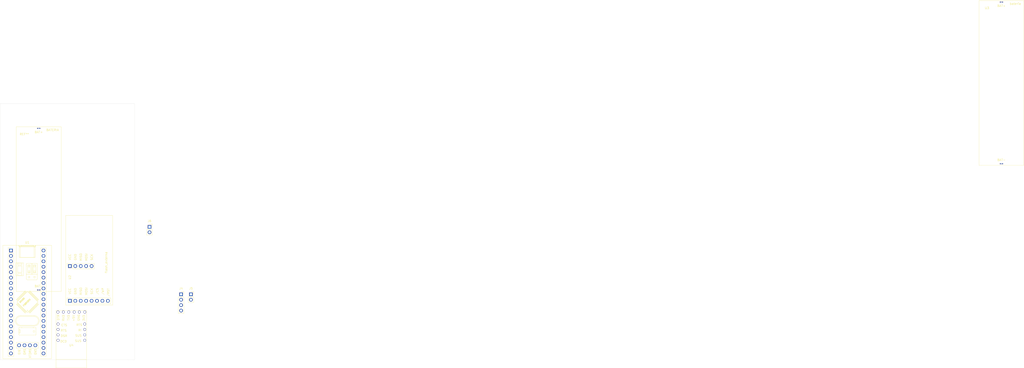
<source format=kicad_pcb>
(kicad_pcb (version 20171130) (host pcbnew 5.1.9+dfsg1-1)

  (general
    (thickness 1.6)
    (drawings 5)
    (tracks 0)
    (zones 0)
    (modules 8)
    (nets 48)
  )

  (page A4)
  (layers
    (0 F.Cu signal)
    (31 B.Cu signal)
    (32 B.Adhes user)
    (33 F.Adhes user)
    (34 B.Paste user)
    (35 F.Paste user)
    (36 B.SilkS user)
    (37 F.SilkS user)
    (38 B.Mask user)
    (39 F.Mask user)
    (40 Dwgs.User user)
    (41 Cmts.User user)
    (42 Eco1.User user)
    (43 Eco2.User user)
    (44 Edge.Cuts user)
    (45 Margin user)
    (46 B.CrtYd user)
    (47 F.CrtYd user)
    (48 B.Fab user)
    (49 F.Fab user)
  )

  (setup
    (last_trace_width 0.25)
    (trace_clearance 0.2)
    (zone_clearance 0.508)
    (zone_45_only no)
    (trace_min 0.2)
    (via_size 0.8)
    (via_drill 0.4)
    (via_min_size 0.4)
    (via_min_drill 0.3)
    (uvia_size 0.3)
    (uvia_drill 0.1)
    (uvias_allowed no)
    (uvia_min_size 0.2)
    (uvia_min_drill 0.1)
    (edge_width 0.05)
    (segment_width 0.2)
    (pcb_text_width 0.3)
    (pcb_text_size 1.5 1.5)
    (mod_edge_width 0.12)
    (mod_text_size 1 1)
    (mod_text_width 0.15)
    (pad_size 1.7 1.7)
    (pad_drill 1)
    (pad_to_mask_clearance 0)
    (aux_axis_origin 0 0)
    (visible_elements FFFFF77F)
    (pcbplotparams
      (layerselection 0x01020_ffffffff)
      (usegerberextensions false)
      (usegerberattributes true)
      (usegerberadvancedattributes true)
      (creategerberjobfile true)
      (excludeedgelayer true)
      (linewidth 0.100000)
      (plotframeref false)
      (viasonmask false)
      (mode 1)
      (useauxorigin false)
      (hpglpennumber 1)
      (hpglpenspeed 20)
      (hpglpendiameter 15.000000)
      (psnegative false)
      (psa4output false)
      (plotreference true)
      (plotvalue true)
      (plotinvisibletext false)
      (padsonsilk false)
      (subtractmaskfromsilk false)
      (outputformat 2)
      (mirror false)
      (drillshape 0)
      (scaleselection 1)
      (outputdirectory "huellas"))
  )

  (net 0 "")
  (net 1 "Net-(J4-Pad1)")
  (net 2 "Net-(J4-Pad2)")
  (net 3 "Net-(J4-Pad3)")
  (net 4 "Net-(J4-Pad4)")
  (net 5 "Net-(J5-Pad2)")
  (net 6 "Net-(J5-Pad1)")
  (net 7 "Net-(J6-Pad1)")
  (net 8 "Net-(J6-Pad2)")
  (net 9 "Net-(J1-Pad2)")
  (net 10 "Net-(J1-Pad1)")
  (net 11 "Net-(U1-Pad3)")
  (net 12 "Net-(U1-Pad4)")
  (net 13 "Net-(U1-Pad5)")
  (net 14 "Net-(J2-Pad2)")
  (net 15 "Net-(J2-Pad1)")
  (net 16 "Net-(U1-Pad8)")
  (net 17 "Net-(U1-Pad32)")
  (net 18 "Net-(U1-Pad9)")
  (net 19 "Net-(U1-Pad31)")
  (net 20 "Net-(U1-Pad10)")
  (net 21 "Net-(U1-Pad30)")
  (net 22 "Net-(U1-Pad29)")
  (net 23 "Net-(U1-Pad28)")
  (net 24 "Net-(U1-Pad27)")
  (net 25 "Net-(U1-Pad14)")
  (net 26 "Net-(U1-Pad15)")
  (net 27 "Net-(U1-Pad24)")
  (net 28 "Net-(U1-Pad23)")
  (net 29 "Net-(U1-Pad22)")
  (net 30 "Net-(U1-Pad21)")
  (net 31 "Net-(U1-Pad20)")
  (net 32 "Net-(U1-Pad11)")
  (net 33 "Net-(U1-Pad12)")
  (net 34 "Net-(U1-Pad13)")
  (net 35 "Net-(U1-Pad16)")
  (net 36 "Net-(U1-Pad17)")
  (net 37 "Net-(U2-Pad7)")
  (net 38 "Net-(U2-Pad8)")
  (net 39 "Net-(U1-Pad19)")
  (net 40 "Net-(U3-Pad1)")
  (net 41 "Net-(U3-Pad2)")
  (net 42 "Net-(U1-Pad26)")
  (net 43 "Net-(U1-Pad25)")
  (net 44 "Net-(U4-Pad4)")
  (net 45 "Net-(U4-Pad1)")
  (net 46 "Net-(U4-Pad6)")
  (net 47 "Net-(U4-Pad5)")

  (net_class Default "This is the default net class."
    (clearance 0.2)
    (trace_width 0.25)
    (via_dia 0.8)
    (via_drill 0.4)
    (uvia_dia 0.3)
    (uvia_drill 0.1)
    (add_net "Net-(J1-Pad1)")
    (add_net "Net-(J1-Pad2)")
    (add_net "Net-(J2-Pad1)")
    (add_net "Net-(J2-Pad2)")
    (add_net "Net-(J4-Pad1)")
    (add_net "Net-(J4-Pad2)")
    (add_net "Net-(J4-Pad3)")
    (add_net "Net-(J4-Pad4)")
    (add_net "Net-(J5-Pad1)")
    (add_net "Net-(J5-Pad2)")
    (add_net "Net-(J6-Pad1)")
    (add_net "Net-(J6-Pad2)")
    (add_net "Net-(U1-Pad10)")
    (add_net "Net-(U1-Pad11)")
    (add_net "Net-(U1-Pad12)")
    (add_net "Net-(U1-Pad13)")
    (add_net "Net-(U1-Pad14)")
    (add_net "Net-(U1-Pad15)")
    (add_net "Net-(U1-Pad16)")
    (add_net "Net-(U1-Pad17)")
    (add_net "Net-(U1-Pad19)")
    (add_net "Net-(U1-Pad20)")
    (add_net "Net-(U1-Pad21)")
    (add_net "Net-(U1-Pad22)")
    (add_net "Net-(U1-Pad23)")
    (add_net "Net-(U1-Pad24)")
    (add_net "Net-(U1-Pad25)")
    (add_net "Net-(U1-Pad26)")
    (add_net "Net-(U1-Pad27)")
    (add_net "Net-(U1-Pad28)")
    (add_net "Net-(U1-Pad29)")
    (add_net "Net-(U1-Pad3)")
    (add_net "Net-(U1-Pad30)")
    (add_net "Net-(U1-Pad31)")
    (add_net "Net-(U1-Pad32)")
    (add_net "Net-(U1-Pad4)")
    (add_net "Net-(U1-Pad5)")
    (add_net "Net-(U1-Pad8)")
    (add_net "Net-(U1-Pad9)")
    (add_net "Net-(U2-Pad7)")
    (add_net "Net-(U2-Pad8)")
    (add_net "Net-(U3-Pad1)")
    (add_net "Net-(U3-Pad2)")
    (add_net "Net-(U4-Pad1)")
    (add_net "Net-(U4-Pad4)")
    (add_net "Net-(U4-Pad5)")
    (add_net "Net-(U4-Pad6)")
  )

  (module bluepill:bateria (layer F.Cu) (tedit 627CFF63) (tstamp 627DBD0D)
    (at 108.1 65.8)
    (fp_text reference REF** (at -6.75 3.5) (layer F.SilkS)
      (effects (font (size 1 1) (thickness 0.15)))
    )
    (fp_text value BATERIA (at 6.5 1.5) (layer F.SilkS)
      (effects (font (size 1 1) (thickness 0.15)))
    )
    (fp_text user BAT+ (at 0 2.5) (layer F.SilkS)
      (effects (font (size 1 1) (thickness 0.15)))
    )
    (fp_text user BAT- (at 0 74.75) (layer F.SilkS)
      (effects (font (size 1 1) (thickness 0.15)))
    )
    (fp_line (start 10.5 77.25) (end 10.5 0) (layer B.Fab) (width 0.12))
    (fp_line (start -10.5 77.25) (end 10.5 77.25) (layer B.Fab) (width 0.12))
    (fp_line (start -10.5 0) (end -10.5 77.25) (layer B.Fab) (width 0.12))
    (fp_line (start 0 0) (end -10.5 0) (layer B.Fab) (width 0.12))
    (fp_line (start 0 0) (end 10.5 0) (layer B.Fab) (width 0.12))
    (fp_line (start -10.5 0) (end 10.5 0) (layer F.SilkS) (width 0.12))
    (fp_line (start 10.5 0) (end 10.5 77.25) (layer F.SilkS) (width 0.12))
    (fp_line (start 10.5 77.25) (end -10.5 77.25) (layer F.SilkS) (width 0.12))
    (fp_line (start -10.5 77.25) (end -10.5 0) (layer F.SilkS) (width 0.12))
    (pad 2 thru_hole custom (at 0 76.5) (size 1.5 0.4) (drill 0.4) (layers *.Cu *.Mask)
      (zone_connect 0)
      (options (clearance outline) (anchor rect))
      (primitives
      ))
    (pad 1 thru_hole custom (at 0 0.75) (size 1.5 0.4) (drill 0.4) (layers *.Cu *.Mask)
      (zone_connect 0)
      (options (clearance outline) (anchor rect))
      (primitives
      ))
  )

  (module Connector_PinSocket_2.54mm:PinSocket_1x04_P2.54mm_Vertical (layer F.Cu) (tedit 5A19A429) (tstamp 627DB583)
    (at 174.775001 144.345001)
    (descr "Through hole straight socket strip, 1x04, 2.54mm pitch, single row (from Kicad 4.0.7), script generated")
    (tags "Through hole socket strip THT 1x04 2.54mm single row")
    (path /627C102B)
    (fp_text reference J4 (at 0 -2.77) (layer F.SilkS)
      (effects (font (size 1 1) (thickness 0.15)))
    )
    (fp_text value Conn_01x04_Female (at 0 10.39) (layer F.Fab)
      (effects (font (size 1 1) (thickness 0.15)))
    )
    (fp_line (start -1.8 9.4) (end -1.8 -1.8) (layer F.CrtYd) (width 0.05))
    (fp_line (start 1.75 9.4) (end -1.8 9.4) (layer F.CrtYd) (width 0.05))
    (fp_line (start 1.75 -1.8) (end 1.75 9.4) (layer F.CrtYd) (width 0.05))
    (fp_line (start -1.8 -1.8) (end 1.75 -1.8) (layer F.CrtYd) (width 0.05))
    (fp_line (start 0 -1.33) (end 1.33 -1.33) (layer F.SilkS) (width 0.12))
    (fp_line (start 1.33 -1.33) (end 1.33 0) (layer F.SilkS) (width 0.12))
    (fp_line (start 1.33 1.27) (end 1.33 8.95) (layer F.SilkS) (width 0.12))
    (fp_line (start -1.33 8.95) (end 1.33 8.95) (layer F.SilkS) (width 0.12))
    (fp_line (start -1.33 1.27) (end -1.33 8.95) (layer F.SilkS) (width 0.12))
    (fp_line (start -1.33 1.27) (end 1.33 1.27) (layer F.SilkS) (width 0.12))
    (fp_line (start -1.27 8.89) (end -1.27 -1.27) (layer F.Fab) (width 0.1))
    (fp_line (start 1.27 8.89) (end -1.27 8.89) (layer F.Fab) (width 0.1))
    (fp_line (start 1.27 -0.635) (end 1.27 8.89) (layer F.Fab) (width 0.1))
    (fp_line (start 0.635 -1.27) (end 1.27 -0.635) (layer F.Fab) (width 0.1))
    (fp_line (start -1.27 -1.27) (end 0.635 -1.27) (layer F.Fab) (width 0.1))
    (fp_text user %R (at 0 3.81 90) (layer F.Fab)
      (effects (font (size 1 1) (thickness 0.15)))
    )
    (pad 1 thru_hole rect (at 0 0) (size 1.7 1.7) (drill 1) (layers *.Cu *.Mask)
      (net 1 "Net-(J4-Pad1)"))
    (pad 2 thru_hole oval (at 0 2.54) (size 1.7 1.7) (drill 1) (layers *.Cu *.Mask)
      (net 2 "Net-(J4-Pad2)"))
    (pad 3 thru_hole oval (at 0 5.08) (size 1.7 1.7) (drill 1) (layers *.Cu *.Mask)
      (net 3 "Net-(J4-Pad3)"))
    (pad 4 thru_hole oval (at 0 7.62) (size 1.7 1.7) (drill 1) (layers *.Cu *.Mask)
      (net 4 "Net-(J4-Pad4)"))
    (model ${KISYS3DMOD}/Connector_PinSocket_2.54mm.3dshapes/PinSocket_1x04_P2.54mm_Vertical.wrl
      (at (xyz 0 0 0))
      (scale (xyz 1 1 1))
      (rotate (xyz 0 0 0))
    )
  )

  (module Connector_PinSocket_2.54mm:PinSocket_1x02_P2.54mm_Vertical (layer F.Cu) (tedit 5A19A420) (tstamp 627DB599)
    (at 179.375001 144.345001)
    (descr "Through hole straight socket strip, 1x02, 2.54mm pitch, single row (from Kicad 4.0.7), script generated")
    (tags "Through hole socket strip THT 1x02 2.54mm single row")
    (path /627DFF15)
    (fp_text reference J5 (at 0 -2.77) (layer F.SilkS)
      (effects (font (size 1 1) (thickness 0.15)))
    )
    (fp_text value Conn_01x02_Female (at 0 5.31) (layer F.Fab)
      (effects (font (size 1 1) (thickness 0.15)))
    )
    (fp_line (start -1.27 -1.27) (end 0.635 -1.27) (layer F.Fab) (width 0.1))
    (fp_line (start 0.635 -1.27) (end 1.27 -0.635) (layer F.Fab) (width 0.1))
    (fp_line (start 1.27 -0.635) (end 1.27 3.81) (layer F.Fab) (width 0.1))
    (fp_line (start 1.27 3.81) (end -1.27 3.81) (layer F.Fab) (width 0.1))
    (fp_line (start -1.27 3.81) (end -1.27 -1.27) (layer F.Fab) (width 0.1))
    (fp_line (start -1.33 1.27) (end 1.33 1.27) (layer F.SilkS) (width 0.12))
    (fp_line (start -1.33 1.27) (end -1.33 3.87) (layer F.SilkS) (width 0.12))
    (fp_line (start -1.33 3.87) (end 1.33 3.87) (layer F.SilkS) (width 0.12))
    (fp_line (start 1.33 1.27) (end 1.33 3.87) (layer F.SilkS) (width 0.12))
    (fp_line (start 1.33 -1.33) (end 1.33 0) (layer F.SilkS) (width 0.12))
    (fp_line (start 0 -1.33) (end 1.33 -1.33) (layer F.SilkS) (width 0.12))
    (fp_line (start -1.8 -1.8) (end 1.75 -1.8) (layer F.CrtYd) (width 0.05))
    (fp_line (start 1.75 -1.8) (end 1.75 4.3) (layer F.CrtYd) (width 0.05))
    (fp_line (start 1.75 4.3) (end -1.8 4.3) (layer F.CrtYd) (width 0.05))
    (fp_line (start -1.8 4.3) (end -1.8 -1.8) (layer F.CrtYd) (width 0.05))
    (fp_text user %R (at 0 1.27 90) (layer F.Fab)
      (effects (font (size 1 1) (thickness 0.15)))
    )
    (pad 2 thru_hole oval (at 0 2.54) (size 1.7 1.7) (drill 1) (layers *.Cu *.Mask)
      (net 5 "Net-(J5-Pad2)"))
    (pad 1 thru_hole rect (at 0 0) (size 1.7 1.7) (drill 1) (layers *.Cu *.Mask)
      (net 6 "Net-(J5-Pad1)"))
    (model ${KISYS3DMOD}/Connector_PinSocket_2.54mm.3dshapes/PinSocket_1x02_P2.54mm_Vertical.wrl
      (at (xyz 0 0 0))
      (scale (xyz 1 1 1))
      (rotate (xyz 0 0 0))
    )
  )

  (module Connector_PinSocket_2.54mm:PinSocket_1x02_P2.54mm_Vertical (layer F.Cu) (tedit 5A19A420) (tstamp 627DB5AF)
    (at 159.995001 112.725001)
    (descr "Through hole straight socket strip, 1x02, 2.54mm pitch, single row (from Kicad 4.0.7), script generated")
    (tags "Through hole socket strip THT 1x02 2.54mm single row")
    (path /627BE000)
    (fp_text reference J6 (at 0 -2.77) (layer F.SilkS)
      (effects (font (size 1 1) (thickness 0.15)))
    )
    (fp_text value Conn_01x02_Female (at 0 5.31) (layer F.Fab)
      (effects (font (size 1 1) (thickness 0.15)))
    )
    (fp_line (start -1.8 4.3) (end -1.8 -1.8) (layer F.CrtYd) (width 0.05))
    (fp_line (start 1.75 4.3) (end -1.8 4.3) (layer F.CrtYd) (width 0.05))
    (fp_line (start 1.75 -1.8) (end 1.75 4.3) (layer F.CrtYd) (width 0.05))
    (fp_line (start -1.8 -1.8) (end 1.75 -1.8) (layer F.CrtYd) (width 0.05))
    (fp_line (start 0 -1.33) (end 1.33 -1.33) (layer F.SilkS) (width 0.12))
    (fp_line (start 1.33 -1.33) (end 1.33 0) (layer F.SilkS) (width 0.12))
    (fp_line (start 1.33 1.27) (end 1.33 3.87) (layer F.SilkS) (width 0.12))
    (fp_line (start -1.33 3.87) (end 1.33 3.87) (layer F.SilkS) (width 0.12))
    (fp_line (start -1.33 1.27) (end -1.33 3.87) (layer F.SilkS) (width 0.12))
    (fp_line (start -1.33 1.27) (end 1.33 1.27) (layer F.SilkS) (width 0.12))
    (fp_line (start -1.27 3.81) (end -1.27 -1.27) (layer F.Fab) (width 0.1))
    (fp_line (start 1.27 3.81) (end -1.27 3.81) (layer F.Fab) (width 0.1))
    (fp_line (start 1.27 -0.635) (end 1.27 3.81) (layer F.Fab) (width 0.1))
    (fp_line (start 0.635 -1.27) (end 1.27 -0.635) (layer F.Fab) (width 0.1))
    (fp_line (start -1.27 -1.27) (end 0.635 -1.27) (layer F.Fab) (width 0.1))
    (fp_text user %R (at 0 1.27 90) (layer F.Fab)
      (effects (font (size 1 1) (thickness 0.15)))
    )
    (pad 1 thru_hole rect (at 0 0) (size 1.7 1.7) (drill 1) (layers *.Cu *.Mask)
      (net 7 "Net-(J6-Pad1)"))
    (pad 2 thru_hole oval (at 0 2.54) (size 1.7 1.7) (drill 1) (layers *.Cu *.Mask)
      (net 8 "Net-(J6-Pad2)"))
    (model ${KISYS3DMOD}/Connector_PinSocket_2.54mm.3dshapes/PinSocket_1x02_P2.54mm_Vertical.wrl
      (at (xyz 0 0 0))
      (scale (xyz 1 1 1))
      (rotate (xyz 0 0 0))
    )
  )

  (module bluepill:YAAJ_BluePill_SWD_1 (layer F.Cu) (tedit 5F81AFA7) (tstamp 627DB889)
    (at 95.1 123.8)
    (descr "Through hole headers for BluePill module. No SWD breakout. Fancy silkscreen.")
    (tags "module BlluePill Blue Pill header SWD breakout")
    (path /62792769)
    (fp_text reference U1 (at 7.62 -3.81) (layer F.SilkS)
      (effects (font (size 1 1) (thickness 0.15)))
    )
    (fp_text value YAAJ_BlackPill_Part_Like_SWD_Breakout (at 20.32 24.13 90) (layer F.Fab) hide
      (effects (font (size 1 1) (thickness 0.15)))
    )
    (fp_line (start 2.54 45.72) (end 2.54 43.18) (layer F.Fab) (width 0.1))
    (fp_line (start 12.7 45.72) (end 2.54 45.72) (layer F.Fab) (width 0.1))
    (fp_line (start 12.7 43.18) (end 12.7 45.72) (layer F.Fab) (width 0.1))
    (fp_line (start 2.54 43.18) (end 12.7 43.18) (layer F.Fab) (width 0.1))
    (fp_line (start 13.97 49.53) (end 13.97 -1.27) (layer F.Fab) (width 0.1))
    (fp_line (start 16.51 49.53) (end 13.97 49.53) (layer F.Fab) (width 0.1))
    (fp_line (start 16.51 -1.27) (end 16.51 49.53) (layer F.Fab) (width 0.1))
    (fp_line (start 13.97 -1.27) (end 16.51 -1.27) (layer F.Fab) (width 0.1))
    (fp_line (start -1.27 49.53) (end -1.27 -0.635) (layer F.Fab) (width 0.1))
    (fp_line (start 1.27 49.53) (end -1.27 49.53) (layer F.Fab) (width 0.1))
    (fp_line (start 1.27 -1.27) (end 1.27 49.53) (layer F.Fab) (width 0.1))
    (fp_line (start -0.635 -1.27) (end 1.27 -1.27) (layer F.Fab) (width 0.1))
    (fp_line (start -1.27 -0.635) (end -0.635 -1.27) (layer F.Fab) (width 0.1))
    (fp_line (start 11.52 3.48) (end 11.52 -2.32) (layer F.Fab) (width 0.1))
    (fp_line (start 3.72 3.48) (end 3.72 -2.32) (layer F.Fab) (width 0.1))
    (fp_line (start 3.72 3.48) (end 11.52 3.48) (layer F.Fab) (width 0.1))
    (fp_line (start -3.755 -2.445) (end 18.995 -2.445) (layer F.SilkS) (width 0.12))
    (fp_line (start 18.995 -2.445) (end 18.995 50.705) (layer F.SilkS) (width 0.12))
    (fp_line (start 18.995 50.705) (end -3.755 50.705) (layer F.SilkS) (width 0.12))
    (fp_line (start -3.755 50.705) (end -3.755 -2.445) (layer F.SilkS) (width 0.12))
    (fp_line (start 2.48 43.12) (end 2.48 45.78) (layer F.SilkS) (width 0.12))
    (fp_line (start 2.48 45.78) (end 12.76 45.78) (layer F.SilkS) (width 0.12))
    (fp_line (start 12.76 45.78) (end 12.76 43.12) (layer F.SilkS) (width 0.12))
    (fp_line (start 12.76 43.12) (end 2.48 43.12) (layer F.SilkS) (width 0.12))
    (fp_line (start 18.92 -2.37) (end 18.92 50.63) (layer F.Fab) (width 0.12))
    (fp_line (start -3.68 50.63) (end 18.92 50.63) (layer F.Fab) (width 0.12))
    (fp_line (start -3.68 50.63) (end -3.68 -2.32) (layer F.Fab) (width 0.12))
    (fp_line (start -3.68 -2.37) (end 18.92 -2.37) (layer F.Fab) (width 0.12))
    (fp_line (start -3.93 -2.62) (end 19.17 -2.62) (layer F.CrtYd) (width 0.05))
    (fp_line (start 19.17 -2.62) (end 19.17 50.88) (layer F.CrtYd) (width 0.05))
    (fp_line (start 19.17 50.88) (end -3.93 50.88) (layer F.CrtYd) (width 0.05))
    (fp_line (start -3.93 50.88) (end -3.93 -2.62) (layer F.CrtYd) (width 0.05))
    (fp_line (start -1.8 -1.8) (end -1.8 50.06) (layer F.CrtYd) (width 0.05))
    (fp_line (start -1.8 50.06) (end 1.8 50.06) (layer F.CrtYd) (width 0.05))
    (fp_line (start 1.8 -1.8) (end -1.8 -1.8) (layer F.CrtYd) (width 0.05))
    (fp_line (start 13.44 -1.8) (end 17.04 -1.8) (layer F.CrtYd) (width 0.05))
    (fp_line (start 17.04 -1.8) (end 17.04 50.06) (layer F.CrtYd) (width 0.05))
    (fp_line (start 17.04 50.06) (end 13.44 50.06) (layer F.CrtYd) (width 0.05))
    (fp_line (start 1.8 43.18) (end 13.44 43.18) (layer F.CrtYd) (width 0.05))
    (fp_line (start 13.44 45.72) (end 1.8 45.72) (layer F.CrtYd) (width 0.05))
    (fp_line (start 1.8 -1.8) (end 1.8 43.18) (layer F.CrtYd) (width 0.05))
    (fp_line (start 1.8 45.72) (end 1.8 50.06) (layer F.CrtYd) (width 0.05))
    (fp_line (start 13.44 -1.8) (end 13.44 43.18) (layer F.CrtYd) (width 0.05))
    (fp_line (start 13.44 45.72) (end 13.44 50.06) (layer F.CrtYd) (width 0.05))
    (fp_line (start -1.33 1.27) (end 1.33 1.27) (layer F.SilkS) (width 0.12))
    (fp_line (start 1.33 1.27) (end 1.33 49.59) (layer F.SilkS) (width 0.12))
    (fp_line (start 1.33 49.59) (end -1.33 49.59) (layer F.SilkS) (width 0.12))
    (fp_line (start -1.33 49.59) (end -1.33 1.27) (layer F.SilkS) (width 0.12))
    (fp_line (start 13.97 -1.27) (end 16.51 -1.27) (layer F.SilkS) (width 0.12))
    (fp_line (start 16.51 -1.27) (end 16.51 49.53) (layer F.SilkS) (width 0.12))
    (fp_line (start 16.51 49.53) (end 13.97 49.53) (layer F.SilkS) (width 0.12))
    (fp_line (start 13.97 49.53) (end 13.97 -1.27) (layer F.SilkS) (width 0.12))
    (fp_line (start -1.33 0) (end -1.33 -1.33) (layer F.SilkS) (width 0.12))
    (fp_line (start -1.33 -1.33) (end 0 -1.33) (layer F.SilkS) (width 0.12))
    (fp_line (start 7.697586 23.855152) (end 7.555003 23.876234) (layer F.SilkS) (width 0.12))
    (fp_line (start 7.555003 23.876234) (end 7.460255 23.938229) (layer F.SilkS) (width 0.12))
    (fp_line (start 8.049227 24.071449) (end 8.015512 24.269237) (layer F.SilkS) (width 0.12))
    (fp_line (start 8.015512 24.269237) (end 7.924825 24.398337) (layer F.SilkS) (width 0.12))
    (fp_line (start 7.368786 23.839323) (end 7.542176 23.735568) (layer F.SilkS) (width 0.12))
    (fp_line (start 7.542176 23.735568) (end 7.700667 23.718639) (layer F.SilkS) (width 0.12))
    (fp_line (start 6.095335 22.519978) (end 6.08005 22.368478) (layer F.SilkS) (width 0.12))
    (fp_line (start 6.08005 22.368478) (end 6.027025 22.262569) (layer F.SilkS) (width 0.12))
    (fp_line (start 5.887112 22.2614) (end 5.862298 22.307327) (layer F.SilkS) (width 0.12))
    (fp_line (start 5.862298 22.307327) (end 5.865551 22.359758) (layer F.SilkS) (width 0.12))
    (fp_line (start 5.865551 22.359758) (end 5.908891 22.429996) (layer F.SilkS) (width 0.12))
    (fp_line (start 11.316427 -1.7285) (end 11.311486 -1.720331) (layer F.SilkS) (width 0.12))
    (fp_line (start 11.311486 -1.720331) (end 11.309896 -1.72) (layer F.SilkS) (width 0.12))
    (fp_line (start 3.923572 -1.7285) (end 3.928513 -1.720331) (layer F.SilkS) (width 0.12))
    (fp_line (start 3.928513 -1.720331) (end 3.930103 -1.72) (layer F.SilkS) (width 0.12))
    (fp_line (start 4.333623 24.41321) (end 4.424185 24.423743) (layer F.SilkS) (width 0.12))
    (fp_line (start 4.424185 24.423743) (end 4.458932 24.414597) (layer F.SilkS) (width 0.12))
    (fp_line (start 4.458932 24.414597) (end 4.488515 24.3943) (layer F.SilkS) (width 0.12))
    (fp_line (start 4.412026 24.115962) (end 4.518398 24.134959) (layer F.SilkS) (width 0.12))
    (fp_line (start 4.518398 24.134959) (end 4.588483 24.182784) (layer F.SilkS) (width 0.12))
    (fp_line (start 4.282524 24.12308) (end 4.354997 24.118084) (layer F.SilkS) (width 0.12))
    (fp_line (start 4.354997 24.118084) (end 4.412026 24.115962) (layer F.SilkS) (width 0.12))
    (fp_line (start 4.14208 24.126692) (end 4.220755 24.126718) (layer F.SilkS) (width 0.12))
    (fp_line (start 4.220755 24.126718) (end 4.282524 24.12308) (layer F.SilkS) (width 0.12))
    (fp_line (start 4.107872 24.110119) (end 4.125741 24.122121) (layer F.SilkS) (width 0.12))
    (fp_line (start 4.125741 24.122121) (end 4.14208 24.126692) (layer F.SilkS) (width 0.12))
    (fp_circle (center 10.779145 37.902809) (end 11.205021 37.902809) (layer F.SilkS) (width 0.12))
    (fp_line (start 5.371761 22.871938) (end 5.331271 22.800832) (layer F.SilkS) (width 0.12))
    (fp_line (start 5.331271 22.800832) (end 5.318962 22.737762) (layer F.SilkS) (width 0.12))
    (fp_line (start 5.318962 22.737762) (end 5.339459 22.637095) (layer F.SilkS) (width 0.12))
    (fp_line (start 5.339459 22.637095) (end 5.386847 22.57129) (layer F.SilkS) (width 0.12))
    (fp_line (start 5.851842 22.876081) (end 5.827332 22.858131) (layer F.SilkS) (width 0.12))
    (fp_line (start 5.827332 22.858131) (end 5.798451 22.848751) (layer F.SilkS) (width 0.12))
    (fp_line (start 5.798451 22.848751) (end 5.738152 22.853606) (layer F.SilkS) (width 0.12))
    (fp_line (start 5.738152 22.853606) (end 5.636927 22.919532) (layer F.SilkS) (width 0.12))
    (fp_line (start 5.548538 22.831144) (end 5.600222 22.752287) (layer F.SilkS) (width 0.12))
    (fp_line (start 5.600222 22.752287) (end 5.605137 22.705506) (layer F.SilkS) (width 0.12))
    (fp_line (start 5.605137 22.705506) (end 5.598399 22.682842) (layer F.SilkS) (width 0.12))
    (fp_line (start 5.598399 22.682842) (end 5.584871 22.663503) (layer F.SilkS) (width 0.12))
    (fp_circle (center 7.754498 28.148576) (end 8.004498 28.148576) (layer F.SilkS) (width 0.12))
    (fp_line (start 8.775457 23.216037) (end 8.717659 23.127483) (layer F.SilkS) (width 0.12))
    (fp_line (start 8.717659 23.127483) (end 8.688449 23.04914) (layer F.SilkS) (width 0.12))
    (fp_line (start 8.132729 23.375603) (end 8.182435 23.455782) (layer F.SilkS) (width 0.12))
    (fp_line (start 8.182435 23.455782) (end 8.195514 23.529327) (layer F.SilkS) (width 0.12))
    (fp_line (start 8.044872 23.954058) (end 7.982608 23.845031) (layer F.SilkS) (width 0.12))
    (fp_line (start 7.982608 23.845031) (end 7.979112 23.745729) (layer F.SilkS) (width 0.12))
    (fp_line (start 7.979112 23.745729) (end 7.886495 23.723372) (layer F.SilkS) (width 0.12))
    (fp_line (start 7.886495 23.723372) (end 7.825282 23.680075) (layer F.SilkS) (width 0.12))
    (fp_line (start 7.368786 23.839323) (end 7.542176 23.735568) (layer F.SilkS) (width 0.12))
    (fp_line (start 7.542176 23.735568) (end 7.700667 23.718639) (layer F.SilkS) (width 0.12))
    (fp_line (start 7.697586 23.855152) (end 7.555003 23.876234) (layer F.SilkS) (width 0.12))
    (fp_line (start 7.555003 23.876234) (end 7.460255 23.938229) (layer F.SilkS) (width 0.12))
    (fp_line (start 8.049227 24.071449) (end 8.015512 24.269237) (layer F.SilkS) (width 0.12))
    (fp_line (start 8.015512 24.269237) (end 7.924825 24.398337) (layer F.SilkS) (width 0.12))
    (fp_line (start 6.833569 24.660102) (end 6.793079 24.588996) (layer F.SilkS) (width 0.12))
    (fp_line (start 6.793079 24.588996) (end 6.780769 24.525926) (layer F.SilkS) (width 0.12))
    (fp_line (start 6.780769 24.525926) (end 6.801266 24.425259) (layer F.SilkS) (width 0.12))
    (fp_line (start 6.801266 24.425259) (end 6.848654 24.359455) (layer F.SilkS) (width 0.12))
    (fp_line (start 7.313649 24.664246) (end 7.289139 24.646296) (layer F.SilkS) (width 0.12))
    (fp_line (start 7.289139 24.646296) (end 7.260258 24.636916) (layer F.SilkS) (width 0.12))
    (fp_line (start 7.260258 24.636916) (end 7.199959 24.64177) (layer F.SilkS) (width 0.12))
    (fp_line (start 7.199959 24.64177) (end 7.098734 24.707696) (layer F.SilkS) (width 0.12))
    (fp_line (start 7.010345 24.619308) (end 7.062029 24.540451) (layer F.SilkS) (width 0.12))
    (fp_line (start 7.062029 24.540451) (end 7.066944 24.49367) (layer F.SilkS) (width 0.12))
    (fp_line (start 7.066944 24.49367) (end 7.060206 24.471006) (layer F.SilkS) (width 0.12))
    (fp_line (start 7.060206 24.471006) (end 7.046678 24.451667) (layer F.SilkS) (width 0.12))
    (fp_line (start 6.364537 24.98784) (end 6.372776 24.86301) (layer F.SilkS) (width 0.12))
    (fp_line (start 6.372776 24.86301) (end 6.427429 24.78068) (layer F.SilkS) (width 0.12))
    (fp_line (start 6.427429 24.78068) (end 6.479733 24.739572) (layer F.SilkS) (width 0.12))
    (fp_line (start 6.479733 24.739572) (end 6.541348 24.714728) (layer F.SilkS) (width 0.12))
    (fp_line (start 6.541348 24.714728) (end 6.607609 24.710244) (layer F.SilkS) (width 0.12))
    (fp_line (start 6.607609 24.710244) (end 6.67257 24.724603) (layer F.SilkS) (width 0.12))
    (fp_line (start 6.67257 24.724603) (end 6.788459 24.789465) (layer F.SilkS) (width 0.12))
    (fp_line (start 6.788459 24.789465) (end 6.888174 24.877886) (layer F.SilkS) (width 0.12))
    (fp_line (start 6.888174 24.877886) (end 6.97622 24.977084) (layer F.SilkS) (width 0.12))
    (fp_line (start 6.97622 24.977084) (end 7.041233 25.09219) (layer F.SilkS) (width 0.12))
    (fp_line (start 7.041233 25.09219) (end 7.056884 25.156539) (layer F.SilkS) (width 0.12))
    (fp_line (start 7.056884 25.156539) (end 7.054126 25.222564) (layer F.SilkS) (width 0.12))
    (fp_line (start 7.054126 25.222564) (end 7.029035 25.283696) (layer F.SilkS) (width 0.12))
    (fp_line (start 7.029035 25.283696) (end 6.987717 25.335445) (layer F.SilkS) (width 0.12))
    (fp_line (start 6.987717 25.335445) (end 6.936418 25.376557) (layer F.SilkS) (width 0.12))
    (fp_line (start 6.936418 25.376557) (end 6.876026 25.402241) (layer F.SilkS) (width 0.12))
    (fp_line (start 6.876026 25.402241) (end 6.810594 25.407266) (layer F.SilkS) (width 0.12))
    (fp_line (start 6.810594 25.407266) (end 6.746271 25.393761) (layer F.SilkS) (width 0.12))
    (fp_line (start 6.746271 25.393761) (end 6.631315 25.330602) (layer F.SilkS) (width 0.12))
    (fp_line (start 6.631315 25.330602) (end 6.532815 25.243232) (layer F.SilkS) (width 0.12))
    (fp_line (start 6.532815 25.243232) (end 6.420801 25.111107) (layer F.SilkS) (width 0.12))
    (fp_line (start 6.420801 25.111107) (end 6.364537 24.98784) (layer F.SilkS) (width 0.12))
    (fp_line (start 5.887112 22.2614) (end 5.862298 22.307327) (layer F.SilkS) (width 0.12))
    (fp_line (start 5.862298 22.307327) (end 5.865551 22.359758) (layer F.SilkS) (width 0.12))
    (fp_line (start 5.865551 22.359758) (end 5.908891 22.429996) (layer F.SilkS) (width 0.12))
    (fp_line (start 6.095335 22.519978) (end 6.08005 22.368478) (layer F.SilkS) (width 0.12))
    (fp_line (start 6.08005 22.368478) (end 6.027025 22.262569) (layer F.SilkS) (width 0.12))
    (fp_line (start 5.371761 22.871938) (end 5.331271 22.800832) (layer F.SilkS) (width 0.12))
    (fp_line (start 5.331271 22.800832) (end 5.318962 22.737762) (layer F.SilkS) (width 0.12))
    (fp_line (start 5.318962 22.737762) (end 5.339459 22.637095) (layer F.SilkS) (width 0.12))
    (fp_line (start 5.339459 22.637095) (end 5.386847 22.57129) (layer F.SilkS) (width 0.12))
    (fp_line (start 5.851842 22.876081) (end 5.827332 22.858131) (layer F.SilkS) (width 0.12))
    (fp_line (start 5.827332 22.858131) (end 5.798451 22.848751) (layer F.SilkS) (width 0.12))
    (fp_line (start 5.798451 22.848751) (end 5.738152 22.853606) (layer F.SilkS) (width 0.12))
    (fp_line (start 5.738152 22.853606) (end 5.636927 22.919532) (layer F.SilkS) (width 0.12))
    (fp_line (start 5.548538 22.831144) (end 5.600222 22.752287) (layer F.SilkS) (width 0.12))
    (fp_line (start 5.600222 22.752287) (end 5.605137 22.705506) (layer F.SilkS) (width 0.12))
    (fp_line (start 5.605137 22.705506) (end 5.598399 22.682842) (layer F.SilkS) (width 0.12))
    (fp_line (start 5.598399 22.682842) (end 5.584871 22.663503) (layer F.SilkS) (width 0.12))
    (fp_line (start 4.107872 24.110119) (end 4.125741 24.122121) (layer F.SilkS) (width 0.12))
    (fp_line (start 4.125741 24.122121) (end 4.14208 24.126692) (layer F.SilkS) (width 0.12))
    (fp_line (start 4.14208 24.126692) (end 4.220755 24.126718) (layer F.SilkS) (width 0.12))
    (fp_line (start 4.220755 24.126718) (end 4.282524 24.12308) (layer F.SilkS) (width 0.12))
    (fp_line (start 4.282524 24.12308) (end 4.354997 24.118084) (layer F.SilkS) (width 0.12))
    (fp_line (start 4.354997 24.118084) (end 4.412026 24.115962) (layer F.SilkS) (width 0.12))
    (fp_line (start 4.412026 24.115962) (end 4.518398 24.134959) (layer F.SilkS) (width 0.12))
    (fp_line (start 4.518398 24.134959) (end 4.588483 24.182784) (layer F.SilkS) (width 0.12))
    (fp_line (start 4.333623 24.41321) (end 4.424185 24.423743) (layer F.SilkS) (width 0.12))
    (fp_line (start 4.424185 24.423743) (end 4.458932 24.414597) (layer F.SilkS) (width 0.12))
    (fp_line (start 4.458932 24.414597) (end 4.488515 24.3943) (layer F.SilkS) (width 0.12))
    (fp_line (start 6.792987 24.973074) (end 6.671389 24.872563) (layer F.SilkS) (width 0.12))
    (fp_line (start 6.671389 24.872563) (end 6.597089 24.847809) (layer F.SilkS) (width 0.12))
    (fp_line (start 6.597089 24.847809) (end 6.558056 24.852479) (layer F.SilkS) (width 0.12))
    (fp_line (start 6.558056 24.852479) (end 6.524953 24.873531) (layer F.SilkS) (width 0.12))
    (fp_line (start 6.524953 24.873531) (end 6.502581 24.907552) (layer F.SilkS) (width 0.12))
    (fp_line (start 6.502581 24.907552) (end 6.496047 24.947725) (layer F.SilkS) (width 0.12))
    (fp_line (start 6.496047 24.947725) (end 6.523847 25.023989) (layer F.SilkS) (width 0.12))
    (fp_line (start 6.523847 25.023989) (end 6.629064 25.149107) (layer F.SilkS) (width 0.12))
    (fp_line (start 6.629064 25.149107) (end 6.748762 25.246368) (layer F.SilkS) (width 0.12))
    (fp_line (start 6.748762 25.246368) (end 6.822121 25.268209) (layer F.SilkS) (width 0.12))
    (fp_line (start 6.822121 25.268209) (end 6.860038 25.261859) (layer F.SilkS) (width 0.12))
    (fp_line (start 6.860038 25.261859) (end 6.892105 25.240682) (layer F.SilkS) (width 0.12))
    (fp_line (start 6.913777 25.146132) (end 6.855817 25.042677) (layer F.SilkS) (width 0.12))
    (fp_line (start 6.855817 25.042677) (end 6.792987 24.973074) (layer F.SilkS) (width 0.12))
    (fp_line (start 8.132729 23.375603) (end 8.182435 23.455782) (layer F.SilkS) (width 0.12))
    (fp_line (start 8.182435 23.455782) (end 8.195514 23.529327) (layer F.SilkS) (width 0.12))
    (fp_line (start 7.979112 23.745729) (end 7.886495 23.723372) (layer F.SilkS) (width 0.12))
    (fp_line (start 7.886495 23.723372) (end 7.825282 23.680075) (layer F.SilkS) (width 0.12))
    (fp_line (start 8.044872 23.954058) (end 7.982608 23.845031) (layer F.SilkS) (width 0.12))
    (fp_line (start 7.982608 23.845031) (end 7.979112 23.745729) (layer F.SilkS) (width 0.12))
    (fp_line (start 7.010345 24.619308) (end 7.062029 24.540451) (layer F.SilkS) (width 0.12))
    (fp_line (start 7.062029 24.540451) (end 7.066944 24.49367) (layer F.SilkS) (width 0.12))
    (fp_line (start 7.066944 24.49367) (end 7.060206 24.471006) (layer F.SilkS) (width 0.12))
    (fp_line (start 7.060206 24.471006) (end 7.046678 24.451667) (layer F.SilkS) (width 0.12))
    (fp_line (start 7.313649 24.664246) (end 7.289139 24.646296) (layer F.SilkS) (width 0.12))
    (fp_line (start 7.289139 24.646296) (end 7.260258 24.636916) (layer F.SilkS) (width 0.12))
    (fp_line (start 7.260258 24.636916) (end 7.199959 24.64177) (layer F.SilkS) (width 0.12))
    (fp_line (start 7.199959 24.64177) (end 7.098734 24.707696) (layer F.SilkS) (width 0.12))
    (fp_line (start 6.780769 24.525926) (end 6.801266 24.425259) (layer F.SilkS) (width 0.12))
    (fp_line (start 6.801266 24.425259) (end 6.848654 24.359455) (layer F.SilkS) (width 0.12))
    (fp_line (start 6.833569 24.660102) (end 6.793079 24.588996) (layer F.SilkS) (width 0.12))
    (fp_line (start 6.793079 24.588996) (end 6.780769 24.525926) (layer F.SilkS) (width 0.12))
    (fp_line (start 6.364537 24.98784) (end 6.372776 24.86301) (layer F.SilkS) (width 0.12))
    (fp_line (start 6.372776 24.86301) (end 6.427429 24.78068) (layer F.SilkS) (width 0.12))
    (fp_line (start 6.532815 25.243232) (end 6.420801 25.111107) (layer F.SilkS) (width 0.12))
    (fp_line (start 6.420801 25.111107) (end 6.364537 24.98784) (layer F.SilkS) (width 0.12))
    (fp_line (start 6.987717 25.335445) (end 6.936418 25.376557) (layer F.SilkS) (width 0.12))
    (fp_line (start 6.936418 25.376557) (end 6.876026 25.402241) (layer F.SilkS) (width 0.12))
    (fp_line (start 6.876026 25.402241) (end 6.810594 25.407266) (layer F.SilkS) (width 0.12))
    (fp_line (start 6.810594 25.407266) (end 6.746271 25.393761) (layer F.SilkS) (width 0.12))
    (fp_line (start 6.746271 25.393761) (end 6.631315 25.330602) (layer F.SilkS) (width 0.12))
    (fp_line (start 6.631315 25.330602) (end 6.532815 25.243232) (layer F.SilkS) (width 0.12))
    (fp_line (start 6.888174 24.877886) (end 6.97622 24.977084) (layer F.SilkS) (width 0.12))
    (fp_line (start 6.97622 24.977084) (end 7.041233 25.09219) (layer F.SilkS) (width 0.12))
    (fp_line (start 7.041233 25.09219) (end 7.056884 25.156539) (layer F.SilkS) (width 0.12))
    (fp_line (start 7.056884 25.156539) (end 7.054126 25.222564) (layer F.SilkS) (width 0.12))
    (fp_line (start 7.054126 25.222564) (end 7.029035 25.283696) (layer F.SilkS) (width 0.12))
    (fp_line (start 7.029035 25.283696) (end 6.987717 25.335445) (layer F.SilkS) (width 0.12))
    (fp_line (start 6.427429 24.78068) (end 6.479733 24.739572) (layer F.SilkS) (width 0.12))
    (fp_line (start 6.479733 24.739572) (end 6.541348 24.714728) (layer F.SilkS) (width 0.12))
    (fp_line (start 6.541348 24.714728) (end 6.607609 24.710244) (layer F.SilkS) (width 0.12))
    (fp_line (start 6.607609 24.710244) (end 6.67257 24.724603) (layer F.SilkS) (width 0.12))
    (fp_line (start 6.67257 24.724603) (end 6.788459 24.789465) (layer F.SilkS) (width 0.12))
    (fp_line (start 6.788459 24.789465) (end 6.888174 24.877886) (layer F.SilkS) (width 0.12))
    (fp_line (start 6.524953 24.873531) (end 6.502581 24.907552) (layer F.SilkS) (width 0.12))
    (fp_line (start 6.502581 24.907552) (end 6.496047 24.947725) (layer F.SilkS) (width 0.12))
    (fp_line (start 6.496047 24.947725) (end 6.523847 25.023989) (layer F.SilkS) (width 0.12))
    (fp_line (start 6.523847 25.023989) (end 6.629064 25.149107) (layer F.SilkS) (width 0.12))
    (fp_line (start 6.792987 24.973074) (end 6.671389 24.872563) (layer F.SilkS) (width 0.12))
    (fp_line (start 6.671389 24.872563) (end 6.597089 24.847809) (layer F.SilkS) (width 0.12))
    (fp_line (start 6.597089 24.847809) (end 6.558056 24.852479) (layer F.SilkS) (width 0.12))
    (fp_line (start 6.558056 24.852479) (end 6.524953 24.873531) (layer F.SilkS) (width 0.12))
    (fp_line (start 6.913777 25.146132) (end 6.855817 25.042677) (layer F.SilkS) (width 0.12))
    (fp_line (start 6.855817 25.042677) (end 6.792987 24.973074) (layer F.SilkS) (width 0.12))
    (fp_line (start 6.629064 25.149107) (end 6.748762 25.246368) (layer F.SilkS) (width 0.12))
    (fp_line (start 6.748762 25.246368) (end 6.822121 25.268209) (layer F.SilkS) (width 0.12))
    (fp_line (start 6.822121 25.268209) (end 6.860038 25.261859) (layer F.SilkS) (width 0.12))
    (fp_line (start 6.860038 25.261859) (end 6.892105 25.240682) (layer F.SilkS) (width 0.12))
    (fp_line (start 8.775457 23.216037) (end 8.717659 23.127483) (layer F.SilkS) (width 0.12))
    (fp_line (start 8.717659 23.127483) (end 8.688449 23.04914) (layer F.SilkS) (width 0.12))
    (fp_line (start 10.46 6.78) (end 11.66 6.78) (layer F.SilkS) (width 0.12))
    (fp_line (start 10.46 10.52) (end 10.46 6.78) (layer F.SilkS) (width 0.12))
    (fp_line (start 9.89 6.1595) (end 9.89 11.19) (layer F.SilkS) (width 0.12))
    (fp_line (start 12.23 11.19) (end 9.69 11.19) (layer F.SilkS) (width 0.12))
    (fp_line (start 12.33 6.21) (end 12.33 11.09) (layer F.SilkS) (width 0.12))
    (fp_line (start 11.66 10.52) (end 10.46 10.52) (layer F.SilkS) (width 0.12))
    (fp_line (start 11.66 6.78) (end 11.66 10.52) (layer F.SilkS) (width 0.12))
    (fp_line (start 6.06527 26.230695) (end 5.53494 25.700365) (layer F.SilkS) (width 0.12))
    (fp_line (start 6.160458 26.135508) (end 6.06527 26.230695) (layer F.SilkS) (width 0.12))
    (fp_line (start 5.922489 25.897539) (end 6.160458 26.135508) (layer F.SilkS) (width 0.12))
    (fp_line (start 6.085667 25.734361) (end 5.922489 25.897539) (layer F.SilkS) (width 0.12))
    (fp_line (start 5.99048 25.639173) (end 6.085667 25.734361) (layer F.SilkS) (width 0.12))
    (fp_line (start 5.827301 25.802352) (end 5.99048 25.639173) (layer F.SilkS) (width 0.12))
    (fp_line (start 5.725315 25.700365) (end 5.827301 25.802352) (layer F.SilkS) (width 0.12))
    (fp_line (start 5.888493 25.537187) (end 5.725315 25.700365) (layer F.SilkS) (width 0.12))
    (fp_line (start 5.793306 25.441999) (end 5.888493 25.537187) (layer F.SilkS) (width 0.12))
    (fp_line (start 5.53494 25.700365) (end 5.793306 25.441999) (layer F.SilkS) (width 0.12))
    (fp_line (start 9.69 11.19) (end 7.35 11.19) (layer F.SilkS) (width 0.12))
    (fp_line (start 7.92 6.78) (end 9.12 6.78) (layer F.SilkS) (width 0.12))
    (fp_line (start 7.92 10.52) (end 7.92 6.78) (layer F.SilkS) (width 0.12))
    (fp_line (start 7.35 6.11) (end 12.23 6.11) (layer F.SilkS) (width 0.12))
    (fp_line (start 9.12 6.78) (end 9.12 10.52) (layer F.SilkS) (width 0.12))
    (fp_line (start 9.69 11.19) (end 9.69 6.11) (layer F.SilkS) (width 0.12))
    (fp_line (start 9.12 10.52) (end 7.92 10.52) (layer F.SilkS) (width 0.12))
    (fp_line (start 7.25 11.09) (end 7.25 6.21) (layer F.SilkS) (width 0.12))
    (fp_line (start 7.249 6.502003) (end 7.249 6.691106) (layer F.SilkS) (width 0.12))
    (fp_line (start 7.249 7.314503) (end 7.249 7.359375) (layer F.SilkS) (width 0.12))
    (fp_line (start 7.249 7.23117) (end 7.249 7.265124) (layer F.SilkS) (width 0.12))
    (fp_line (start 7.700667 23.718639) (end 7.697586 23.855152) (layer F.SilkS) (width 0.12))
    (fp_line (start 7.910483 24.068049) (end 8.049227 24.071449) (layer F.SilkS) (width 0.12))
    (fp_line (start 4.236311 23.749023) (end 4.521874 23.46346) (layer F.SilkS) (width 0.12))
    (fp_line (start 4.521874 23.46346) (end 4.617061 23.558648) (layer F.SilkS) (width 0.12))
    (fp_line (start 4.617061 23.558648) (end 4.521874 23.653835) (layer F.SilkS) (width 0.12))
    (fp_line (start 4.521874 23.653835) (end 4.957016 24.088978) (layer F.SilkS) (width 0.12))
    (fp_line (start 4.957016 24.088978) (end 4.861829 24.184165) (layer F.SilkS) (width 0.12))
    (fp_line (start 4.861829 24.184165) (end 4.426686 23.749023) (layer F.SilkS) (width 0.12))
    (fp_line (start 4.426686 23.749023) (end 4.331499 23.84421) (layer F.SilkS) (width 0.12))
    (fp_line (start 4.331499 23.84421) (end 4.236311 23.749023) (layer F.SilkS) (width 0.12))
    (fp_line (start 5.908891 22.429996) (end 5.813703 22.525184) (layer F.SilkS) (width 0.12))
    (fp_line (start 6.232273 22.510098) (end 6.240347 22.62887) (layer F.SilkS) (width 0.12))
    (fp_line (start 6.240347 22.62887) (end 6.418823 22.450394) (layer F.SilkS) (width 0.12))
    (fp_line (start 6.418823 22.450394) (end 6.507212 22.538782) (layer F.SilkS) (width 0.12))
    (fp_line (start 6.507212 22.538782) (end 6.153658 22.892336) (layer F.SilkS) (width 0.12))
    (fp_line (start 6.153658 22.892336) (end 6.105427 22.844104) (layer F.SilkS) (width 0.12))
    (fp_line (start 6.105427 22.844104) (end 6.095335 22.519978) (layer F.SilkS) (width 0.12))
    (fp_line (start 4.50795 30.922588) (end 10.80795 30.922588) (layer F.SilkS) (width 0.12))
    (fp_line (start 10.80795 35.022588) (end 4.50795 35.022588) (layer F.SilkS) (width 0.12))
    (fp_line (start 10.80795 30.497588) (end 4.50795 30.497588) (layer F.SilkS) (width 0.12))
    (fp_line (start 4.50795 35.447588) (end 10.80795 35.447588) (layer F.SilkS) (width 0.12))
    (fp_line (start 4.52 -1.884569) (end 10.72 -1.884569) (layer F.SilkS) (width 0.12))
    (fp_line (start 4.52 -2.165211) (end 4.52 -1.82) (layer F.SilkS) (width 0.12))
    (fp_line (start 10.47 -2.226605) (end 4.77 -2.226605) (layer F.SilkS) (width 0.12))
    (fp_line (start 10.72 -2.165211) (end 10.72 -1.82) (layer F.SilkS) (width 0.12))
    (fp_line (start 10.47 -2.226605) (end 10.47 -2.37) (layer F.SilkS) (width 0.12))
    (fp_line (start 4.77 -2.226605) (end 4.77 -2.37) (layer F.SilkS) (width 0.12))
    (fp_line (start 10.47 -2.37) (end 4.77 -2.37) (layer F.SilkS) (width 0.12))
    (fp_line (start 10.758464 -1.741175) (end 4.481535 -1.741175) (layer F.SilkS) (width 0.12))
    (fp_line (start 4.42 -1.72) (end 4.423589 -1.720064) (layer F.SilkS) (width 0.12))
    (fp_line (start 10.82 -1.72) (end 10.81641 -1.720064) (layer F.SilkS) (width 0.12))
    (fp_line (start 10.81641 -1.720064) (end 10.81641 3.29) (layer F.SilkS) (width 0.12))
    (fp_line (start 11.309896 -1.72) (end 10.82 -1.72) (layer F.SilkS) (width 0.12))
    (fp_line (start 11.31641 -1.725575) (end 11.316427 -1.7285) (layer F.SilkS) (width 0.12))
    (fp_line (start 11.31641 -1.725575) (end 11.31641 3.28) (layer F.SilkS) (width 0.12))
    (fp_line (start 3.930103 -1.72) (end 4.42 -1.72) (layer F.SilkS) (width 0.12))
    (fp_line (start 11.31641 3.28) (end 3.923589 3.28) (layer F.SilkS) (width 0.12))
    (fp_line (start 3.923589 -1.725575) (end 3.923589 3.28) (layer F.SilkS) (width 0.12))
    (fp_line (start 3.923589 -1.725575) (end 3.923572 -1.7285) (layer F.SilkS) (width 0.12))
    (fp_line (start 4.423589 -1.720064) (end 4.423589 3.29) (layer F.SilkS) (width 0.12))
    (fp_line (start 11.070011 3.29) (end 4.169988 3.29) (layer F.SilkS) (width 0.12))
    (fp_line (start 11.079271 -1.82) (end 11.334927 -1.82) (layer F.SilkS) (width 0.12))
    (fp_line (start 11.070011 -1.72) (end 11.070011 -1.724215) (layer F.SilkS) (width 0.12))
    (fp_line (start 4.169988 -1.72) (end 4.169988 -1.724215) (layer F.SilkS) (width 0.12))
    (fp_line (start 4.160728 -1.82) (end 3.905072 -1.82) (layer F.SilkS) (width 0.12))
    (fp_line (start 11.194857 -2.054759) (end 11.472612 -2.37) (layer F.SilkS) (width 0.12))
    (fp_line (start 11.492215 -2.019531) (end 11.30734 -2.182422) (layer F.SilkS) (width 0.12))
    (fp_line (start 11.472612 -2.37) (end 11.657487 -2.207108) (layer F.SilkS) (width 0.12))
    (fp_line (start 11.657487 -2.207108) (end 11.378833 -1.890847) (layer F.SilkS) (width 0.12))
    (fp_line (start 3.582512 -2.207108) (end 3.861166 -1.890847) (layer F.SilkS) (width 0.12))
    (fp_line (start 3.767387 -2.37) (end 3.582512 -2.207108) (layer F.SilkS) (width 0.12))
    (fp_line (start 4.045142 -2.054759) (end 3.767387 -2.37) (layer F.SilkS) (width 0.12))
    (fp_line (start 3.747784 -2.019531) (end 3.932659 -2.182422) (layer F.SilkS) (width 0.12))
    (fp_line (start 5.757533 5.802277) (end 2.457533 5.802277) (layer F.SilkS) (width 0.12))
    (fp_line (start 2.457533 11.802277) (end 5.757533 11.802277) (layer F.SilkS) (width 0.12))
    (fp_line (start 2.357533 5.902277) (end 2.357533 11.702277) (layer F.SilkS) (width 0.12))
    (fp_line (start 5.857533 11.702277) (end 5.857533 5.902277) (layer F.SilkS) (width 0.12))
    (fp_line (start 3.107533 6.702277) (end 3.107533 6.052277) (layer F.SilkS) (width 0.12))
    (fp_line (start 5.107533 6.052277) (end 5.107533 6.702277) (layer F.SilkS) (width 0.12))
    (fp_line (start 3.207533 5.952277) (end 5.007533 5.952277) (layer F.SilkS) (width 0.12))
    (fp_line (start 5.007533 6.802277) (end 3.207533 6.802277) (layer F.SilkS) (width 0.12))
    (fp_line (start 5.107533 7.402277) (end 5.107533 10.202277) (layer F.SilkS) (width 0.12))
    (fp_line (start 3.107533 10.202277) (end 3.107533 7.402277) (layer F.SilkS) (width 0.12))
    (fp_line (start 3.207533 7.302277) (end 5.007533 7.302277) (layer F.SilkS) (width 0.12))
    (fp_line (start 5.007533 10.302277) (end 3.207533 10.302277) (layer F.SilkS) (width 0.12))
    (fp_line (start 3.107533 11.552277) (end 3.107533 10.902277) (layer F.SilkS) (width 0.12))
    (fp_line (start 5.007533 11.652277) (end 3.207533 11.652277) (layer F.SilkS) (width 0.12))
    (fp_line (start 3.207533 10.802277) (end 5.007533 10.802277) (layer F.SilkS) (width 0.12))
    (fp_line (start 5.107533 10.902277) (end 5.107533 11.552277) (layer F.SilkS) (width 0.12))
    (fp_line (start 5.762017 5.802378) (end 5.757533 5.802277) (layer F.SilkS) (width 0.12))
    (fp_line (start 4.300159 24.547174) (end 4.333623 24.41321) (layer F.SilkS) (width 0.12))
    (fp_line (start 4.252778 23.874275) (end 4.246722 24.010576) (layer F.SilkS) (width 0.12))
    (fp_line (start 4.020774 37.061767) (end 3.834188 37.061767) (layer F.SilkS) (width 0.12))
    (fp_line (start 3.834188 38.743851) (end 4.020774 38.743851) (layer F.SilkS) (width 0.12))
    (fp_line (start 4.420774 37.461767) (end 4.420774 38.343851) (layer F.SilkS) (width 0.12))
    (fp_line (start 3.72772 36.25219) (end 3.727718 36.252809) (layer F.SilkS) (width 0.12))
    (fp_line (start 3.8118 38.543851) (end 3.8118 37.261767) (layer F.SilkS) (width 0.12))
    (fp_line (start 3.727718 36.252809) (end 3.727718 39.552809) (layer F.SilkS) (width 0.12))
    (fp_line (start 11.628337 36.152811) (end 11.627718 36.152809) (layer F.SilkS) (width 0.12))
    (fp_line (start 3.827718 36.152809) (end 3.8271 36.152811) (layer F.SilkS) (width 0.12))
    (fp_line (start 3.827718 36.152809) (end 11.627718 36.152809) (layer F.SilkS) (width 0.12))
    (fp_line (start 11.727718 36.252809) (end 11.727717 36.25219) (layer F.SilkS) (width 0.12))
    (fp_line (start 11.727718 36.252809) (end 11.727718 39.552809) (layer F.SilkS) (width 0.12))
    (fp_line (start 3.8271 39.652807) (end 3.827718 39.652809) (layer F.SilkS) (width 0.12))
    (fp_line (start 3.827718 39.652809) (end 11.627718 39.652809) (layer F.SilkS) (width 0.12))
    (fp_line (start 11.627718 39.652809) (end 11.628337 39.652807) (layer F.SilkS) (width 0.12))
    (fp_line (start 10.227718 36.142809) (end 10.727718 36.142809) (layer F.SilkS) (width 0.12))
    (fp_line (start 5.227718 36.142809) (end 4.727718 36.142809) (layer F.SilkS) (width 0.12))
    (fp_line (start 11.628666 39.652804) (end 11.627718 39.652809) (layer F.SilkS) (width 0.12))
    (fp_line (start 9.331472 6.109) (end 9.142369 6.109) (layer F.SilkS) (width 0.12))
    (fp_line (start 11.378198 9.601801) (end 11.378198 10.238198) (layer F.SilkS) (width 0.12))
    (fp_line (start 10.741801 7.698198) (end 10.741801 7.061801) (layer F.SilkS) (width 0.12))
    (fp_line (start 8.838198 12.141801) (end 8.838198 12.778198) (layer F.SilkS) (width 0.12))
    (fp_line (start 8.201801 12.141801) (end 8.838198 12.141801) (layer F.SilkS) (width 0.12))
    (fp_line (start 11.378198 7.061801) (end 11.378198 7.698198) (layer F.SilkS) (width 0.12))
    (fp_line (start 8.838198 9.601801) (end 8.838198 10.238198) (layer F.SilkS) (width 0.12))
    (fp_line (start 8.201801 9.601801) (end 8.838198 9.601801) (layer F.SilkS) (width 0.12))
    (fp_line (start 8.201801 10.238198) (end 8.201801 9.601801) (layer F.SilkS) (width 0.12))
    (fp_line (start 11.378198 7.698198) (end 10.741801 7.698198) (layer F.SilkS) (width 0.12))
    (fp_line (start 10.741801 10.238198) (end 10.741801 9.601801) (layer F.SilkS) (width 0.12))
    (fp_line (start 8.201801 12.778198) (end 8.201801 12.141801) (layer F.SilkS) (width 0.12))
    (fp_line (start 10.741801 12.778198) (end 10.741801 12.141801) (layer F.SilkS) (width 0.12))
    (fp_line (start 10.741801 9.601801) (end 11.378198 9.601801) (layer F.SilkS) (width 0.12))
    (fp_line (start 11.378198 12.141801) (end 11.378198 12.778198) (layer F.SilkS) (width 0.12))
    (fp_line (start 10.741801 12.141801) (end 11.378198 12.141801) (layer F.SilkS) (width 0.12))
    (fp_line (start 8.838198 12.778198) (end 8.201801 12.778198) (layer F.SilkS) (width 0.12))
    (fp_line (start 11.378198 12.778198) (end 10.741801 12.778198) (layer F.SilkS) (width 0.12))
    (fp_line (start 8.838198 7.698198) (end 8.201801 7.698198) (layer F.SilkS) (width 0.12))
    (fp_line (start 8.201801 7.698198) (end 8.201801 7.061801) (layer F.SilkS) (width 0.12))
    (fp_line (start 7.55 13.73) (end 12.03 13.73) (layer F.SilkS) (width 0.12))
    (fp_line (start 12.33 13.43) (end 12.33 11.49) (layer F.SilkS) (width 0.12))
    (fp_line (start 12.03 13.73) (end 12.33 13.43) (layer F.SilkS) (width 0.12))
    (fp_line (start 12.33 11.49) (end 12.33 11.09) (layer F.SilkS) (width 0.12))
    (fp_line (start 7.25 11.09) (end 7.25 11.49) (layer F.SilkS) (width 0.12))
    (fp_line (start 7.25 13.43) (end 7.55 13.73) (layer F.SilkS) (width 0.12))
    (fp_line (start 7.25 11.49) (end 7.25 13.43) (layer F.SilkS) (width 0.12))
    (fp_line (start 8.838198 10.238198) (end 8.201801 10.238198) (layer F.SilkS) (width 0.12))
    (fp_line (start 11.378198 10.238198) (end 10.741801 10.238198) (layer F.SilkS) (width 0.12))
    (fp_line (start 8.838198 7.061801) (end 8.838198 7.698198) (layer F.SilkS) (width 0.12))
    (fp_line (start 8.201801 7.061801) (end 8.838198 7.061801) (layer F.SilkS) (width 0.12))
    (fp_line (start 10.741801 7.061801) (end 11.378198 7.061801) (layer F.SilkS) (width 0.12))
    (fp_line (start 5.466949 22.776751) (end 5.371761 22.871938) (layer F.SilkS) (width 0.12))
    (fp_line (start 5.582534 23.137103) (end 5.677721 23.041916) (layer F.SilkS) (width 0.12))
    (fp_line (start 5.636927 22.919532) (end 5.548538 22.831144) (layer F.SilkS) (width 0.12))
    (fp_line (start 6.092466 25.142839) (end 6.622797 25.673169) (layer F.SilkS) (width 0.12))
    (fp_line (start 5.175862 23.870132) (end 5.0794 23.966594) (layer F.SilkS) (width 0.12))
    (fp_line (start 5.0794 23.966594) (end 4.638627 23.346707) (layer F.SilkS) (width 0.12))
    (fp_line (start 4.897418 23.478652) (end 5.175862 23.870132) (layer F.SilkS) (width 0.12))
    (fp_line (start 5.342015 23.703979) (end 4.897418 23.478652) (layer F.SilkS) (width 0.12))
    (fp_line (start 5.434866 23.611128) (end 5.342015 23.703979) (layer F.SilkS) (width 0.12))
    (fp_line (start 5.210177 23.165893) (end 5.434866 23.611128) (layer F.SilkS) (width 0.12))
    (fp_line (start 5.601762 23.444231) (end 5.210177 23.165893) (layer F.SilkS) (width 0.12))
    (fp_line (start 5.698118 23.347875) (end 5.601762 23.444231) (layer F.SilkS) (width 0.12))
    (fp_line (start 5.078125 22.907209) (end 5.698118 23.347875) (layer F.SilkS) (width 0.12))
    (fp_line (start 4.980282 23.005052) (end 5.078125 22.907209) (layer F.SilkS) (width 0.12))
    (fp_line (start 5.228343 23.496818) (end 4.980282 23.005052) (layer F.SilkS) (width 0.12))
    (fp_line (start 4.737426 23.247907) (end 5.228343 23.496818) (layer F.SilkS) (width 0.12))
    (fp_line (start 4.638627 23.346707) (end 4.737426 23.247907) (layer F.SilkS) (width 0.12))
    (fp_line (start 5.976882 25.4352) (end 5.94533 25.289976) (layer F.SilkS) (width 0.12))
    (fp_line (start 6.085667 25.326415) (end 5.976882 25.4352) (layer F.SilkS) (width 0.12))
    (fp_line (start 6.527609 25.768356) (end 6.085667 25.326415) (layer F.SilkS) (width 0.12))
    (fp_line (start 6.622797 25.673169) (end 6.527609 25.768356) (layer F.SilkS) (width 0.12))
    (fp_line (start 5.94533 25.289976) (end 6.092466 25.142839) (layer F.SilkS) (width 0.12))
    (fp_line (start 7.704498 29.048324) (end 7.804498 29.048324) (layer F.SilkS) (width 0.12))
    (fp_line (start 2.85475 24.198576) (end 7.704498 29.048324) (layer F.SilkS) (width 0.12))
    (fp_line (start 7.704498 19.248829) (end 2.85475 24.098576) (layer F.SilkS) (width 0.12))
    (fp_line (start 12.654245 24.198576) (end 7.804498 29.048324) (layer F.SilkS) (width 0.12))
    (fp_line (start 12.654245 24.098576) (end 7.804498 19.248829) (layer F.SilkS) (width 0.12))
    (fp_line (start 2.85475 24.198576) (end 2.85475 24.098576) (layer F.SilkS) (width 0.12))
    (fp_line (start 7.804498 19.248829) (end 7.704498 19.248829) (layer F.SilkS) (width 0.12))
    (fp_line (start 12.654245 24.098576) (end 12.654245 24.198576) (layer F.SilkS) (width 0.12))
    (fp_line (start 3.582568 26.340607) (end 4.289674 25.6335) (layer F.SilkS) (width 0.12))
    (fp_line (start 3.936121 26.694161) (end 4.643228 25.987054) (layer F.SilkS) (width 0.12))
    (fp_line (start 9.946529 28.320506) (end 9.239422 27.613399) (layer F.SilkS) (width 0.12))
    (fp_line (start 4.148253 21.39086) (end 4.85536 22.097967) (layer F.SilkS) (width 0.12))
    (fp_line (start 2.734039 25.492079) (end 3.441146 24.784972) (layer F.SilkS) (width 0.12))
    (fp_line (start 11.926428 21.956545) (end 11.219321 22.663652) (layer F.SilkS) (width 0.12))
    (fp_line (start 10.158661 20.188778) (end 9.451554 20.895885) (layer F.SilkS) (width 0.12))
    (fp_line (start 11.714296 26.552739) (end 11.007189 25.845632) (layer F.SilkS) (width 0.12))
    (fp_line (start 3.936121 21.602992) (end 4.643228 22.310099) (layer F.SilkS) (width 0.12))
    (fp_line (start 8.885868 29.381166) (end 8.178762 28.67406) (layer F.SilkS) (width 0.12))
    (fp_line (start 10.158661 28.108374) (end 9.451554 27.401267) (layer F.SilkS) (width 0.12))
    (fp_line (start 4.643228 20.895885) (end 5.350334 21.602992) (layer F.SilkS) (width 0.12))
    (fp_line (start 11.714296 21.744413) (end 11.007189 22.45152) (layer F.SilkS) (width 0.12))
    (fp_line (start 12.633534 22.663652) (end 11.926428 23.370759) (layer F.SilkS) (width 0.12))
    (fp_line (start 2.521907 25.279947) (end 3.229014 24.57284) (layer F.SilkS) (width 0.12))
    (fp_line (start 12.774956 22.805073) (end 12.067849 23.51218) (layer F.SilkS) (width 0.12))
    (fp_line (start 5.562467 19.976646) (end 6.269573 20.683753) (layer F.SilkS) (width 0.12))
    (fp_line (start 10.653635 27.613399) (end 9.946529 26.906293) (layer F.SilkS) (width 0.12))
    (fp_line (start 6.269573 29.027613) (end 6.97668 28.320506) (layer F.SilkS) (width 0.12))
    (fp_line (start 6.623127 29.381166) (end 7.330233 28.67406) (layer F.SilkS) (width 0.12))
    (fp_line (start 6.269573 19.269539) (end 6.97668 19.976646) (layer F.SilkS) (width 0.12))
    (fp_line (start 8.885868 18.915986) (end 8.178762 19.623093) (layer F.SilkS) (width 0.12))
    (fp_line (start 5.350334 20.188778) (end 6.057441 20.895885) (layer F.SilkS) (width 0.12))
    (fp_line (start 10.300082 27.966953) (end 9.592975 27.259846) (layer F.SilkS) (width 0.12))
    (fp_line (start 9.239422 29.027613) (end 8.532315 28.320506) (layer F.SilkS) (width 0.12))
    (fp_line (start 4.85536 20.683753) (end 5.562467 21.39086) (layer F.SilkS) (width 0.12))
    (fp_line (start 9.946529 19.976646) (end 9.239422 20.683753) (layer F.SilkS) (width 0.12))
    (fp_line (start 3.7947 21.744413) (end 4.501806 22.45152) (layer F.SilkS) (width 0.12))
    (fp_line (start 12.987088 23.017205) (end 12.279981 23.724312) (layer F.SilkS) (width 0.12))
    (fp_line (start 9.592975 28.67406) (end 8.885868 27.966953) (layer F.SilkS) (width 0.12))
    (fp_line (start 6.057441 28.815481) (end 6.764548 28.108374) (layer F.SilkS) (width 0.12))
    (fp_line (start 5.208913 20.3302) (end 5.91602 21.037306) (layer F.SilkS) (width 0.12))
    (fp_line (start 9.451554 19.481671) (end 8.744447 20.188778) (layer F.SilkS) (width 0.12))
    (fp_line (start 11.360742 26.906293) (end 10.653635 26.199186) (layer F.SilkS) (width 0.12))
    (fp_line (start 6.410995 29.169034) (end 7.118101 28.461928) (layer F.SilkS) (width 0.12))
    (fp_line (start 12.774956 25.492079) (end 12.067849 24.784972) (layer F.SilkS) (width 0.12))
    (fp_line (start 12.987088 25.279947) (end 12.279981 24.57284) (layer F.SilkS) (width 0.12))
    (fp_line (start 12.421402 22.45152) (end 11.714296 23.158627) (layer F.SilkS) (width 0.12))
    (fp_line (start 11.926428 26.340607) (end 11.219321 25.6335) (layer F.SilkS) (width 0.12))
    (fp_line (start 5.91602 28.67406) (end 6.623127 27.966953) (layer F.SilkS) (width 0.12))
    (fp_line (start 9.592975 19.623093) (end 8.885868 20.3302) (layer F.SilkS) (width 0.12))
    (fp_line (start 4.643228 27.401267) (end 5.350334 26.694161) (layer F.SilkS) (width 0.12))
    (fp_line (start 10.653635 20.683753) (end 9.946529 21.39086) (layer F.SilkS) (width 0.12))
    (fp_line (start 10.865767 20.895885) (end 10.158661 21.602992) (layer F.SilkS) (width 0.12))
    (fp_line (start 9.451554 28.815481) (end 8.744447 28.108374) (layer F.SilkS) (width 0.12))
    (fp_line (start 4.289674 27.047714) (end 4.996781 26.340607) (layer F.SilkS) (width 0.12))
    (fp_line (start 2.875461 22.663652) (end 3.582568 23.370759) (layer F.SilkS) (width 0.12))
    (fp_line (start 11.007189 27.259846) (end 10.300082 26.552739) (layer F.SilkS) (width 0.12))
    (fp_line (start 5.703888 19.835225) (end 6.410995 20.542332) (layer F.SilkS) (width 0.12))
    (fp_line (start 11.572874 26.694161) (end 10.865767 25.987054) (layer F.SilkS) (width 0.12))
    (fp_line (start 4.996781 20.542332) (end 5.703888 21.249438) (layer F.SilkS) (width 0.12))
    (fp_line (start 4.85536 27.613399) (end 5.562467 26.906293) (layer F.SilkS) (width 0.12))
    (fp_line (start 11.219321 21.249438) (end 10.512214 21.956545) (layer F.SilkS) (width 0.12))
    (fp_line (start 11.360742 21.39086) (end 10.653635 22.097967) (layer F.SilkS) (width 0.12))
    (fp_line (start 11.572874 21.602992) (end 10.865767 22.310099) (layer F.SilkS) (width 0.12))
    (fp_line (start 2.875461 25.6335) (end 3.582568 24.926394) (layer F.SilkS) (width 0.12))
    (fp_line (start 5.350334 28.108374) (end 6.057441 27.401267) (layer F.SilkS) (width 0.12))
    (fp_line (start 5.91602 19.623093) (end 6.623127 20.3302) (layer F.SilkS) (width 0.12))
    (fp_line (start 10.512214 20.542332) (end 9.805107 21.249438) (layer F.SilkS) (width 0.12))
    (fp_line (start 3.7947 26.552739) (end 4.501806 25.845632) (layer F.SilkS) (width 0.12))
    (fp_line (start 4.501806 21.037306) (end 5.208913 21.744413) (layer F.SilkS) (width 0.12))
    (fp_line (start 12.279981 22.310099) (end 11.572874 23.017205) (layer F.SilkS) (width 0.12))
    (fp_line (start 2.734039 22.805073) (end 3.441146 23.51218) (layer F.SilkS) (width 0.12))
    (fp_line (start 6.410995 19.128118) (end 7.118101 19.835225) (layer F.SilkS) (width 0.12))
    (fp_line (start 3.229014 25.987054) (end 3.936121 25.279947) (layer F.SilkS) (width 0.12))
    (fp_line (start 3.087593 25.845632) (end 3.7947 25.138526) (layer F.SilkS) (width 0.12))
    (fp_line (start 12.067849 26.199186) (end 11.360742 25.492079) (layer F.SilkS) (width 0.12))
    (fp_line (start 3.441146 22.097967) (end 4.148253 22.805073) (layer F.SilkS) (width 0.12))
    (fp_line (start 4.148253 26.906293) (end 4.85536 26.199186) (layer F.SilkS) (width 0.12))
    (fp_line (start 9.805107 19.835225) (end 9.098 20.542332) (layer F.SilkS) (width 0.12))
    (fp_line (start 5.562467 28.320506) (end 6.269573 27.613399) (layer F.SilkS) (width 0.12))
    (fp_line (start 10.300082 20.3302) (end 9.592975 21.037306) (layer F.SilkS) (width 0.12))
    (fp_line (start 4.289674 21.249438) (end 4.996781 21.956545) (layer F.SilkS) (width 0.12))
    (fp_line (start 4.996781 27.754821) (end 5.703888 27.047714) (layer F.SilkS) (width 0.12))
    (fp_line (start 5.703888 28.461928) (end 6.410995 27.754821) (layer F.SilkS) (width 0.12))
    (fp_line (start 11.219321 27.047714) (end 10.512214 26.340607) (layer F.SilkS) (width 0.12))
    (fp_line (start 9.805107 28.461928) (end 9.098 27.754821) (layer F.SilkS) (width 0.12))
    (fp_line (start 6.623127 18.915986) (end 7.330233 19.623093) (layer F.SilkS) (width 0.12))
    (fp_line (start 3.087593 22.45152) (end 3.7947 23.158627) (layer F.SilkS) (width 0.12))
    (fp_line (start 12.421402 25.845632) (end 11.714296 25.138526) (layer F.SilkS) (width 0.12))
    (fp_line (start 10.512214 27.754821) (end 9.805107 27.047714) (layer F.SilkS) (width 0.12))
    (fp_line (start 3.582568 21.956545) (end 4.289674 22.663652) (layer F.SilkS) (width 0.12))
    (fp_line (start 9.098 29.169034) (end 8.390894 28.461928) (layer F.SilkS) (width 0.12))
    (fp_line (start 12.279981 25.987054) (end 11.572874 25.279947) (layer F.SilkS) (width 0.12))
    (fp_line (start 6.057441 19.481671) (end 6.764548 20.188778) (layer F.SilkS) (width 0.12))
    (fp_line (start 9.098 19.128118) (end 8.390894 19.835225) (layer F.SilkS) (width 0.12))
    (fp_line (start 3.229014 22.310099) (end 3.936121 23.017205) (layer F.SilkS) (width 0.12))
    (fp_line (start 4.501806 27.259846) (end 5.208913 26.552739) (layer F.SilkS) (width 0.12))
    (fp_line (start 12.067849 22.097967) (end 11.360742 22.805073) (layer F.SilkS) (width 0.12))
    (fp_line (start 3.441146 26.199186) (end 4.148253 25.492079) (layer F.SilkS) (width 0.12))
    (fp_line (start 10.865767 27.401267) (end 10.158661 26.694161) (layer F.SilkS) (width 0.12))
    (fp_line (start 9.239422 19.269539) (end 8.532315 19.976646) (layer F.SilkS) (width 0.12))
    (fp_line (start 5.208913 27.966953) (end 5.91602 27.259846) (layer F.SilkS) (width 0.12))
    (fp_line (start 11.007189 21.037306) (end 10.300082 21.744413) (layer F.SilkS) (width 0.12))
    (fp_line (start 12.633534 25.6335) (end 11.926428 24.926394) (layer F.SilkS) (width 0.12))
    (fp_line (start 2.521907 23.017205) (end 3.229014 23.724312) (layer F.SilkS) (width 0.12))
    (fp_line (start 10.512214 27.754821) (end 10.300082 27.966953) (layer F.SilkS) (width 0.12))
    (fp_line (start 3.087593 25.845632) (end 2.875461 25.6335) (layer F.SilkS) (width 0.12))
    (fp_line (start 5.208913 27.966953) (end 4.996781 27.754821) (layer F.SilkS) (width 0.12))
    (fp_line (start 10.158661 20.188778) (end 9.946529 19.976646) (layer F.SilkS) (width 0.12))
    (fp_line (start 5.208913 20.3302) (end 4.996781 20.542332) (layer F.SilkS) (width 0.12))
    (fp_line (start 12.633534 22.663652) (end 12.421402 22.45152) (layer F.SilkS) (width 0.12))
    (fp_line (start 10.158661 28.108374) (end 9.946529 28.320506) (layer F.SilkS) (width 0.12))
    (fp_line (start 11.926428 26.340607) (end 11.714296 26.552739) (layer F.SilkS) (width 0.12))
    (fp_line (start 4.85536 27.613399) (end 4.643228 27.401267) (layer F.SilkS) (width 0.12))
    (fp_line (start 12.279981 25.987054) (end 12.067849 26.199186) (layer F.SilkS) (width 0.12))
    (fp_line (start 5.91602 28.67406) (end 5.703888 28.461928) (layer F.SilkS) (width 0.12))
    (fp_line (start 2.734039 22.805073) (end 2.521907 23.017205) (layer F.SilkS) (width 0.12))
    (fp_line (start 5.562467 19.976646) (end 5.350334 20.188778) (layer F.SilkS) (width 0.12))
    (fp_line (start 12.987088 25.279947) (end 12.774956 25.492079) (layer F.SilkS) (width 0.12))
    (fp_line (start 2.734039 25.492079) (end 2.521907 25.279947) (layer F.SilkS) (width 0.12))
    (fp_line (start 4.148253 21.39086) (end 3.936121 21.602992) (layer F.SilkS) (width 0.12))
    (fp_line (start 9.805107 28.461928) (end 9.592975 28.67406) (layer F.SilkS) (width 0.12))
    (fp_line (start 4.148253 26.906293) (end 3.936121 26.694161) (layer F.SilkS) (width 0.12))
    (fp_line (start 11.572874 21.602992) (end 11.360742 21.39086) (layer F.SilkS) (width 0.12))
    (fp_line (start 9.805107 19.835225) (end 9.592975 19.623093) (layer F.SilkS) (width 0.12))
    (fp_line (start 10.512214 20.542332) (end 10.300082 20.3302) (layer F.SilkS) (width 0.12))
    (fp_line (start 12.279981 22.310099) (end 12.067849 22.097967) (layer F.SilkS) (width 0.12))
    (fp_line (start 6.269573 19.269539) (end 6.057441 19.481671) (layer F.SilkS) (width 0.12))
    (fp_line (start 5.562467 28.320506) (end 5.350334 28.108374) (layer F.SilkS) (width 0.12))
    (fp_line (start 11.926428 21.956545) (end 11.714296 21.744413) (layer F.SilkS) (width 0.12))
    (fp_line (start 11.572874 26.694161) (end 11.360742 26.906293) (layer F.SilkS) (width 0.12))
    (fp_line (start 11.219321 21.249438) (end 11.007189 21.037306) (layer F.SilkS) (width 0.12))
    (fp_line (start 4.501806 21.037306) (end 4.289674 21.249438) (layer F.SilkS) (width 0.12))
    (fp_line (start 3.7947 21.744413) (end 3.582568 21.956545) (layer F.SilkS) (width 0.12))
    (fp_line (start 12.987088 23.017205) (end 12.774956 22.805073) (layer F.SilkS) (width 0.12))
    (fp_line (start 3.441146 22.097967) (end 3.229014 22.310099) (layer F.SilkS) (width 0.12))
    (fp_line (start 10.865767 27.401267) (end 10.653635 27.613399) (layer F.SilkS) (width 0.12))
    (fp_line (start 9.098 19.128118) (end 8.885868 18.915986) (layer F.SilkS) (width 0.12))
    (fp_line (start 10.865767 20.895885) (end 10.653635 20.683753) (layer F.SilkS) (width 0.12))
    (fp_line (start 3.7947 26.552739) (end 3.582568 26.340607) (layer F.SilkS) (width 0.12))
    (fp_line (start 9.098 29.169034) (end 8.885868 29.381166) (layer F.SilkS) (width 0.12))
    (fp_line (start 5.91602 19.623093) (end 5.703888 19.835225) (layer F.SilkS) (width 0.12))
    (fp_line (start 11.219321 27.047714) (end 11.007189 27.259846) (layer F.SilkS) (width 0.12))
    (fp_line (start 6.269573 29.027613) (end 6.057441 28.815481) (layer F.SilkS) (width 0.12))
    (fp_line (start 9.451554 19.481671) (end 9.239422 19.269539) (layer F.SilkS) (width 0.12))
    (fp_line (start 3.441146 26.199186) (end 3.229014 25.987054) (layer F.SilkS) (width 0.12))
    (fp_line (start 12.633534 25.6335) (end 12.421402 25.845632) (layer F.SilkS) (width 0.12))
    (fp_line (start 4.501806 27.259846) (end 4.289674 27.047714) (layer F.SilkS) (width 0.12))
    (fp_line (start 6.623127 18.915986) (end 6.410995 19.128118) (layer F.SilkS) (width 0.12))
    (fp_line (start 4.85536 20.683753) (end 4.643228 20.895885) (layer F.SilkS) (width 0.12))
    (fp_line (start 9.451554 28.815481) (end 9.239422 29.027613) (layer F.SilkS) (width 0.12))
    (fp_line (start 3.087593 22.45152) (end 2.875461 22.663652) (layer F.SilkS) (width 0.12))
    (fp_line (start 6.623127 29.381166) (end 6.410995 29.169034) (layer F.SilkS) (width 0.12))
    (fp_line (start 8.159394 23.266286) (end 8.064207 23.171099) (layer F.SilkS) (width 0.12))
    (fp_line (start 8.254581 23.171099) (end 8.159394 23.266286) (layer F.SilkS) (width 0.12))
    (fp_line (start 8.689724 23.606241) (end 8.254581 23.171099) (layer F.SilkS) (width 0.12))
    (fp_line (start 8.784912 23.511054) (end 8.689724 23.606241) (layer F.SilkS) (width 0.12))
    (fp_line (start 8.349769 23.075911) (end 8.784912 23.511054) (layer F.SilkS) (width 0.12))
    (fp_line (start 8.444956 22.980724) (end 8.349769 23.075911) (layer F.SilkS) (width 0.12))
    (fp_line (start 8.349769 22.885536) (end 8.444956 22.980724) (layer F.SilkS) (width 0.12))
    (fp_line (start 8.064207 23.171099) (end 8.349769 22.885536) (layer F.SilkS) (width 0.12))
    (fp_line (start 7.098734 24.707696) (end 7.010345 24.619308) (layer F.SilkS) (width 0.12))
    (fp_line (start 7.044341 24.925267) (end 7.139528 24.83008) (layer F.SilkS) (width 0.12))
    (fp_line (start 6.928756 24.564915) (end 6.833569 24.660102) (layer F.SilkS) (width 0.12))
    (fp_line (start 8.558416 22.649692) (end 8.685368 22.608154) (layer F.SilkS) (width 0.12))
    (fp_line (start 8.685368 22.608154) (end 8.774607 22.882243) (layer F.SilkS) (width 0.12))
    (fp_line (start 8.688449 23.04914) (end 8.558416 22.649692) (layer F.SilkS) (width 0.12))
    (fp_line (start 5.007533 6.802277) (end 5.107533 6.702277) (layer F.SilkS) (width 0.12))
    (fp_arc (start 6.826778 25.17595) (end 6.892105 25.240682) (angle -63.65669412) (layer F.SilkS) (width 0.12))
    (fp_arc (start 8.227265 23.763294) (end 8.303556 23.682413) (angle -91.91163825) (layer F.SilkS) (width 0.12))
    (fp_arc (start 8.216913 23.77614) (end 8.143884 23.689743) (angle -90.73064224) (layer F.SilkS) (width 0.12))
    (fp_arc (start 8.207194 23.76836) (end 8.131454 23.850265) (angle -92.47601157) (layer F.SilkS) (width 0.12))
    (fp_arc (start 8.226627 23.756373) (end 8.292295 23.840492) (angle -95.8951257) (layer F.SilkS) (width 0.12))
    (fp_arc (start 7.982622 23.52941) (end 8.042109 23.475359) (angle -95.3801089) (layer F.SilkS) (width 0.12))
    (fp_arc (start 7.97988 23.531576) (end 7.923231 23.475252) (angle -93.64190835) (layer F.SilkS) (width 0.12))
    (fp_arc (start 7.989328 23.536251) (end 7.927268 23.591687) (angle -92.50273868) (layer F.SilkS) (width 0.12))
    (fp_arc (start 7.98854 23.538074) (end 8.047421 23.59583) (angle -93.94464572) (layer F.SilkS) (width 0.12))
    (fp_arc (start 8.934671 23.05544) (end 9.008326 23.124461) (angle -91.33927427) (layer F.SilkS) (width 0.12))
    (fp_arc (start 8.941268 23.049533) (end 8.86597 23.116175) (angle -90.31748237) (layer F.SilkS) (width 0.12))
    (fp_arc (start 8.930711 23.042021) (end 8.858427 22.9752) (angle -91.62806261) (layer F.SilkS) (width 0.12))
    (fp_arc (start 8.927824 23.045693) (end 9.001952 22.980193) (angle -93.08682507) (layer F.SilkS) (width 0.12))
    (fp_arc (start 6.996621 24.501591) (end 7.046678 24.451667) (angle -94.15192964) (layer F.SilkS) (width 0.12))
    (fp_arc (start 7.233835 24.74183) (end 7.307594 24.825193) (angle -92.68665669) (layer F.SilkS) (width 0.12))
    (fp_arc (start 7.221063 24.741733) (end 7.139528 24.83008) (angle -88.73836334) (layer F.SilkS) (width 0.12))
    (fp_arc (start 7.221111 24.755936) (end 7.044341 24.925267) (angle -92.35903073) (layer F.SilkS) (width 0.12))
    (fp_arc (start 7.232939 24.741934) (end 7.397576 24.925586) (angle -92.31449073) (layer F.SilkS) (width 0.12))
    (fp_arc (start 7.268726 24.701868) (end 7.409793 24.570014) (angle -75.64356404) (layer F.SilkS) (width 0.12))
    (fp_arc (start 7.013572 24.472855) (end 7.175967 24.532513) (angle -65.21651974) (layer F.SilkS) (width 0.12))
    (fp_arc (start 6.996655 24.495577) (end 7.13581 24.350425) (angle -91.18556617) (layer F.SilkS) (width 0.12))
    (fp_arc (start 7.009489 24.519784) (end 6.943204 24.455279) (angle -73.426163) (layer F.SilkS) (width 0.12))
    (fp_arc (start 7.982561 23.519884) (end 8.132729 23.375603) (angle -93.09567042) (layer F.SilkS) (width 0.12))
    (fp_arc (start 7.968709 23.531278) (end 7.830381 23.377728) (angle -94.03824761) (layer F.SilkS) (width 0.12))
    (fp_arc (start 8.208384 23.797425) (end 8.044872 23.954058) (angle -98.90415167) (layer F.SilkS) (width 0.12))
    (fp_arc (start 8.243246 23.756655) (end 8.388439 23.934723) (angle -95.97809424) (layer F.SilkS) (width 0.12))
    (fp_arc (start 8.241699 23.752631) (end 8.405224 23.593706) (angle -57.50260688) (layer F.SilkS) (width 0.12))
    (fp_arc (start 8.94129 23.052258) (end 8.775457 23.216037) (angle -90.08683611) (layer F.SilkS) (width 0.12))
    (fp_arc (start 8.943506 23.055486) (end 9.105319 23.217843) (angle -91.15869207) (layer F.SilkS) (width 0.12))
    (fp_arc (start 8.934601 23.045938) (end 9.102557 22.890423) (angle -91.54750302) (layer F.SilkS) (width 0.12))
    (fp_arc (start 5.547682 22.73162) (end 5.481397 22.667115) (angle -73.426163) (layer F.SilkS) (width 0.12))
    (fp_arc (start 5.534814 22.713427) (end 5.584871 22.663503) (angle -94.15192964) (layer F.SilkS) (width 0.12))
    (fp_arc (start 5.772028 22.953666) (end 5.845786 23.037029) (angle -92.68665669) (layer F.SilkS) (width 0.12))
    (fp_arc (start 5.759256 22.953569) (end 5.677721 23.041916) (angle -88.73836334) (layer F.SilkS) (width 0.12))
    (fp_arc (start 5.759304 22.967771) (end 5.582534 23.137103) (angle -92.35903073) (layer F.SilkS) (width 0.12))
    (fp_arc (start 5.771132 22.953769) (end 5.935768 23.137422) (angle -92.31449073) (layer F.SilkS) (width 0.12))
    (fp_arc (start 5.806919 22.913704) (end 5.947986 22.78185) (angle -75.64356404) (layer F.SilkS) (width 0.12))
    (fp_arc (start 5.551765 22.684691) (end 5.71416 22.744349) (angle -65.21651974) (layer F.SilkS) (width 0.12))
    (fp_arc (start 5.534847 22.707413) (end 5.674003 22.56226) (angle -91.18556617) (layer F.SilkS) (width 0.12))
    (fp_arc (start 4.257136 38.595253) (end 3.8118 38.543851) (angle -25.94245889) (layer F.SilkS) (width 0.12))
    (fp_arc (start 4.275257 37.212393) (end 3.834188 37.061767) (angle -24.93612781) (layer F.SilkS) (width 0.12))
    (fp_arc (start 11.627718 36.252809) (end 11.727717 36.25219) (angle -89.29091472) (layer F.SilkS) (width 0.12))
    (fp_arc (start 3.827718 39.552809) (end 3.72772 39.553428) (angle -89.29091472) (layer F.SilkS) (width 0.12))
    (fp_arc (start 3.827718 36.252809) (end 3.8271 36.152811) (angle -89.29091472) (layer F.SilkS) (width 0.12))
    (fp_arc (start 11.627718 39.552809) (end 11.628337 39.652807) (angle -89.29091472) (layer F.SilkS) (width 0.12))
    (fp_arc (start 4.020774 38.343851) (end 4.020774 38.743851) (angle -90) (layer F.SilkS) (width 0.12))
    (fp_arc (start 4.020774 37.461767) (end 4.420774 37.461767) (angle -90) (layer F.SilkS) (width 0.12))
    (fp_arc (start 4.200836 24.137642) (end 4.246722 24.010576) (angle -58.72696378) (layer F.SilkS) (width 0.12))
    (fp_arc (start 4.150997 24.075401) (end 4.116052 24.03246) (angle -89.6971165) (layer F.SilkS) (width 0.12))
    (fp_arc (start 4.440105 24.334036) (end 4.580197 24.492993) (angle -94.15903348) (layer F.SilkS) (width 0.12))
    (fp_arc (start 4.401087 24.318036) (end 4.300159 24.547174) (angle -69.44398969) (layer F.SilkS) (width 0.12))
    (fp_arc (start 4.437664 24.33369) (end 4.488515 24.3943) (angle -89.38102416) (layer F.SilkS) (width 0.12))
    (fp_arc (start 4.392639 24.466419) (end 4.49882 24.283496) (angle -45.37913137) (layer F.SilkS) (width 0.12))
    (fp_arc (start 4.228389 23.923837) (end 4.017253 24.209874) (angle -54.22459714) (layer F.SilkS) (width 0.12))
    (fp_arc (start 4.153798 24.075335) (end 4.021927 23.93621) (angle -91.10917486) (layer F.SilkS) (width 0.12))
    (fp_arc (start 4.197178 24.128228) (end 4.252778 23.874275) (angle -54.7355226) (layer F.SilkS) (width 0.12))
    (fp_arc (start 3.207533 10.902277) (end 3.207533 10.802277) (angle -90) (layer F.SilkS) (width 0.12))
    (fp_arc (start 5.007533 10.902277) (end 5.107533 10.902277) (angle -90) (layer F.SilkS) (width 0.12))
    (fp_arc (start 5.007533 11.552277) (end 5.007533 11.652277) (angle -90) (layer F.SilkS) (width 0.12))
    (fp_arc (start 3.207533 11.552277) (end 3.107533 11.552277) (angle -90) (layer F.SilkS) (width 0.12))
    (fp_arc (start 3.207533 10.202277) (end 3.107533 10.202277) (angle -90) (layer F.SilkS) (width 0.12))
    (fp_arc (start 5.007533 7.402277) (end 5.107533 7.402277) (angle -90) (layer F.SilkS) (width 0.12))
    (fp_arc (start 3.207533 7.402277) (end 3.207533 7.302277) (angle -90) (layer F.SilkS) (width 0.12))
    (fp_arc (start 5.007533 10.202277) (end 5.007533 10.302277) (angle -90) (layer F.SilkS) (width 0.12))
    (fp_arc (start 3.207533 6.052277) (end 3.207533 5.952277) (angle -90) (layer F.SilkS) (width 0.12))
    (fp_arc (start 5.007533 6.052277) (end 5.107533 6.052277) (angle -90) (layer F.SilkS) (width 0.12))
    (fp_arc (start 3.207533 6.702277) (end 3.107533 6.702277) (angle -90) (layer F.SilkS) (width 0.12))
    (fp_arc (start 5.757533 11.702277) (end 5.757533 11.802277) (angle -90) (layer F.SilkS) (width 0.12))
    (fp_arc (start 2.457533 5.902277) (end 2.457533 5.802277) (angle -90) (layer F.SilkS) (width 0.12))
    (fp_arc (start 5.757533 5.902277) (end 5.857533 5.902277) (angle -90) (layer F.SilkS) (width 0.12))
    (fp_arc (start 2.457533 11.702277) (end 2.357533 11.702277) (angle -90) (layer F.SilkS) (width 0.12))
    (fp_arc (start 3.669988 -1.724215) (end 4.169988 -1.724215) (angle -41.38292057) (layer F.SilkS) (width 0.12))
    (fp_arc (start 3.673589 -1.725575) (end 3.923572 -1.7285) (angle -40.71243063) (layer F.SilkS) (width 0.12))
    (fp_arc (start 11.56641 -1.725575) (end 11.378833 -1.890847) (angle -40.71243064) (layer F.SilkS) (width 0.12))
    (fp_arc (start 11.570011 -1.724215) (end 11.194857 -2.054759) (angle -41.38292057) (layer F.SilkS) (width 0.12))
    (fp_arc (start 4.42 -1.82) (end 4.423589 -1.720064) (angle -87.94273203) (layer F.SilkS) (width 0.12))
    (fp_arc (start 10.82 -1.82) (end 10.719999 -1.82) (angle -87.94273203) (layer F.SilkS) (width 0.12))
    (fp_arc (start 4.749438 -2.14011) (end 4.77 -2.37) (angle -88.86752741) (layer F.SilkS) (width 0.12))
    (fp_arc (start 10.490561 -2.14011) (end 10.719999 -2.165211) (angle -88.86752741) (layer F.SilkS) (width 0.12))
    (fp_arc (start 10.490561 -1.996716) (end 10.719999 -2.021817) (angle -88.86752741) (layer F.SilkS) (width 0.12))
    (fp_arc (start 4.749438 -1.996716) (end 4.77 -2.226605) (angle -88.86752741) (layer F.SilkS) (width 0.12))
    (fp_arc (start 4.50795 32.972588) (end 4.50795 30.497588) (angle -180) (layer F.SilkS) (width 0.12))
    (fp_arc (start 10.80795 32.972588) (end 10.80795 35.447588) (angle -180) (layer F.SilkS) (width 0.12))
    (fp_arc (start 10.80795 32.972588) (end 10.80795 35.022588) (angle -180) (layer F.SilkS) (width 0.12))
    (fp_arc (start 4.50795 32.972588) (end 4.50795 30.922588) (angle -180) (layer F.SilkS) (width 0.12))
    (fp_arc (start 5.956527 22.326851) (end 6.027025 22.262569) (angle -94.32340022) (layer F.SilkS) (width 0.12))
    (fp_arc (start 5.718826 22.487452) (end 6.232273 22.510098) (angle -42.00438094) (layer F.SilkS) (width 0.12))
    (fp_arc (start 5.956483 22.316756) (end 6.11552 22.160688) (angle -91.11781658) (layer F.SilkS) (width 0.12))
    (fp_arc (start 5.976577 22.335309) (end 5.797343 22.160794) (angle -93.61284182) (layer F.SilkS) (width 0.12))
    (fp_arc (start 7.637187 24.116192) (end 7.368786 23.839323) (angle -91.99896012) (layer F.SilkS) (width 0.12))
    (fp_arc (start 7.649304 24.139213) (end 7.369848 24.394088) (angle -94.39064903) (layer F.SilkS) (width 0.12))
    (fp_arc (start 7.621915 24.10026) (end 7.829213 24.303574) (angle -50.81337439) (layer F.SilkS) (width 0.12))
    (fp_arc (start 7.649298 24.131097) (end 7.464823 24.298688) (angle -93.95481218) (layer F.SilkS) (width 0.12))
    (fp_arc (start 7.636898 24.116249) (end 7.460255 23.938229) (angle -91.89704929) (layer F.SilkS) (width 0.12))
    (fp_arc (start 7.35 11.09) (end 7.25 11.09) (angle -90) (layer F.SilkS) (width 0.12))
    (fp_arc (start 7.35 6.21) (end 7.35 6.11) (angle -90) (layer F.SilkS) (width 0.12))
    (fp_arc (start 12.23 11.09) (end 12.23 11.189999) (angle -90) (layer F.SilkS) (width 0.12))
    (fp_arc (start 12.23 6.21) (end 12.33 6.21) (angle -90) (layer F.SilkS) (width 0.12))
    (fp_text user REF** (at 7.62 24.13 90) (layer F.Fab)
      (effects (font (size 1 1) (thickness 0.15)))
    )
    (fp_text user Y@@J (at 2.921 -1.016 90 unlocked) (layer Dwgs.User)
      (effects (font (size 0.5 0.5) (thickness 0.1)))
    )
    (fp_text user 3V3 (at 3.81 47.498 270 unlocked) (layer F.SilkS)
      (effects (font (size 1 0.9) (thickness 0.15)))
    )
    (fp_text user SWO (at 6.35 47.498 270 unlocked) (layer F.SilkS)
      (effects (font (size 1 0.9) (thickness 0.15)))
    )
    (fp_text user SWCLK (at 8.89 48.26 270 unlocked) (layer F.SilkS)
      (effects (font (size 1 0.9) (thickness 0.15)))
    )
    (fp_text user GND (at 11.43 47.498 270 unlocked) (layer F.SilkS)
      (effects (font (size 1 0.9) (thickness 0.15)))
    )
    (pad 44 thru_hole circle (at 3.81 44.45) (size 1.7 1.7) (drill 1) (layers *.Cu *.Mask))
    (pad 43 thru_hole circle (at 6.35 44.45) (size 1.7 1.7) (drill 1) (layers *.Cu *.Mask))
    (pad 42 thru_hole circle (at 8.89 44.45) (size 1.7 1.7) (drill 1) (layers *.Cu *.Mask))
    (pad 41 thru_hole circle (at 11.43 44.45) (size 1.7 1.7) (drill 1) (layers *.Cu *.Mask))
    (pad 40 thru_hole circle (at 15.24 0) (size 1.7 1.7) (drill 1) (layers *.Cu *.Mask))
    (pad 1 thru_hole rect (at 0 0) (size 1.7 1.7) (drill 1) (layers *.Cu *.Mask)
      (net 9 "Net-(J1-Pad2)"))
    (pad 39 thru_hole circle (at 15.24 2.54) (size 1.7 1.7) (drill 1) (layers *.Cu *.Mask))
    (pad 2 thru_hole circle (at 0 2.54) (size 1.7 1.7) (drill 1) (layers *.Cu *.Mask)
      (net 10 "Net-(J1-Pad1)"))
    (pad 38 thru_hole circle (at 15.24 5.08) (size 1.7 1.7) (drill 1) (layers *.Cu *.Mask)
      (net 1 "Net-(J4-Pad1)"))
    (pad 3 thru_hole circle (at 0 5.08) (size 1.7 1.7) (drill 1) (layers *.Cu *.Mask)
      (net 11 "Net-(U1-Pad3)"))
    (pad 37 thru_hole circle (at 15.24 7.62) (size 1.7 1.7) (drill 1) (layers *.Cu *.Mask)
      (net 2 "Net-(J4-Pad2)"))
    (pad 4 thru_hole circle (at 0 7.62) (size 1.7 1.7) (drill 1) (layers *.Cu *.Mask)
      (net 12 "Net-(U1-Pad4)"))
    (pad 36 thru_hole circle (at 15.24 10.16) (size 1.7 1.7) (drill 1) (layers *.Cu *.Mask)
      (net 3 "Net-(J4-Pad3)"))
    (pad 5 thru_hole circle (at 0 10.16) (size 1.7 1.7) (drill 1) (layers *.Cu *.Mask)
      (net 13 "Net-(U1-Pad5)"))
    (pad 35 thru_hole circle (at 15.24 12.7) (size 1.7 1.7) (drill 1) (layers *.Cu *.Mask)
      (net 4 "Net-(J4-Pad4)"))
    (pad 6 thru_hole circle (at 0 12.7) (size 1.7 1.7) (drill 1) (layers *.Cu *.Mask)
      (net 14 "Net-(J2-Pad2)"))
    (pad 34 thru_hole circle (at 15.24 15.24) (size 1.7 1.7) (drill 1) (layers *.Cu *.Mask)
      (net 6 "Net-(J5-Pad1)"))
    (pad 7 thru_hole circle (at 0 15.24) (size 1.7 1.7) (drill 1) (layers *.Cu *.Mask)
      (net 15 "Net-(J2-Pad1)"))
    (pad 33 thru_hole circle (at 15.24 17.78) (size 1.7 1.7) (drill 1) (layers *.Cu *.Mask)
      (net 5 "Net-(J5-Pad2)"))
    (pad 8 thru_hole circle (at 0 17.78) (size 1.7 1.7) (drill 1) (layers *.Cu *.Mask)
      (net 16 "Net-(U1-Pad8)"))
    (pad 32 thru_hole circle (at 15.24 20.32) (size 1.7 1.7) (drill 1) (layers *.Cu *.Mask)
      (net 17 "Net-(U1-Pad32)"))
    (pad 9 thru_hole circle (at 0 20.32) (size 1.7 1.7) (drill 1) (layers *.Cu *.Mask)
      (net 18 "Net-(U1-Pad9)"))
    (pad 31 thru_hole circle (at 15.24 22.86) (size 1.7 1.7) (drill 1) (layers *.Cu *.Mask)
      (net 19 "Net-(U1-Pad31)"))
    (pad 10 thru_hole circle (at 0 22.86) (size 1.7 1.7) (drill 1) (layers *.Cu *.Mask)
      (net 20 "Net-(U1-Pad10)"))
    (pad 30 thru_hole circle (at 15.24 25.4) (size 1.7 1.7) (drill 1) (layers *.Cu *.Mask)
      (net 21 "Net-(U1-Pad30)"))
    (pad 11 thru_hole circle (at 0 25.4) (size 1.7 1.7) (drill 1) (layers *.Cu *.Mask)
      (net 32 "Net-(U1-Pad11)"))
    (pad 29 thru_hole circle (at 15.24 27.94) (size 1.7 1.7) (drill 1) (layers *.Cu *.Mask)
      (net 22 "Net-(U1-Pad29)"))
    (pad 12 thru_hole circle (at 0 27.94) (size 1.7 1.7) (drill 1) (layers *.Cu *.Mask)
      (net 33 "Net-(U1-Pad12)"))
    (pad 28 thru_hole circle (at 15.24 30.48) (size 1.7 1.7) (drill 1) (layers *.Cu *.Mask)
      (net 23 "Net-(U1-Pad28)"))
    (pad 13 thru_hole circle (at 0 30.48) (size 1.7 1.7) (drill 1) (layers *.Cu *.Mask)
      (net 34 "Net-(U1-Pad13)"))
    (pad 27 thru_hole circle (at 15.24 33.02) (size 1.7 1.7) (drill 1) (layers *.Cu *.Mask)
      (net 24 "Net-(U1-Pad27)"))
    (pad 14 thru_hole circle (at 0 33.02) (size 1.7 1.7) (drill 1) (layers *.Cu *.Mask)
      (net 25 "Net-(U1-Pad14)"))
    (pad 26 thru_hole circle (at 15.24 35.56) (size 1.7 1.7) (drill 1) (layers *.Cu *.Mask)
      (net 42 "Net-(U1-Pad26)"))
    (pad 15 thru_hole circle (at 0 35.56) (size 1.7 1.7) (drill 1) (layers *.Cu *.Mask)
      (net 26 "Net-(U1-Pad15)"))
    (pad 25 thru_hole circle (at 15.24 38.1) (size 1.7 1.7) (drill 1) (layers *.Cu *.Mask)
      (net 43 "Net-(U1-Pad25)"))
    (pad 16 thru_hole circle (at 0 38.1) (size 1.7 1.7) (drill 1) (layers *.Cu *.Mask)
      (net 35 "Net-(U1-Pad16)"))
    (pad 24 thru_hole circle (at 15.24 40.64) (size 1.7 1.7) (drill 1) (layers *.Cu *.Mask)
      (net 27 "Net-(U1-Pad24)"))
    (pad 17 thru_hole circle (at 0 40.64) (size 1.7 1.7) (drill 1) (layers *.Cu *.Mask)
      (net 36 "Net-(U1-Pad17)"))
    (pad 23 thru_hole circle (at 15.24 43.18) (size 1.7 1.7) (drill 1) (layers *.Cu *.Mask)
      (net 28 "Net-(U1-Pad23)"))
    (pad 18 thru_hole circle (at 0 43.18) (size 1.7 1.7) (drill 1) (layers *.Cu *.Mask)
      (net 36 "Net-(U1-Pad17)"))
    (pad 22 thru_hole circle (at 15.24 45.72) (size 1.7 1.7) (drill 1) (layers *.Cu *.Mask)
      (net 29 "Net-(U1-Pad22)"))
    (pad 19 thru_hole circle (at 0 45.72) (size 1.7 1.7) (drill 1) (layers *.Cu *.Mask)
      (net 39 "Net-(U1-Pad19)"))
    (pad 21 thru_hole circle (at 15.24 48.26) (size 1.7 1.7) (drill 1) (layers *.Cu *.Mask)
      (net 30 "Net-(U1-Pad21)"))
    (pad 20 thru_hole circle (at 0 48.26) (size 1.7 1.7) (drill 1) (layers *.Cu *.Mask)
      (net 31 "Net-(U1-Pad20)"))
    (model D:/Users/admin/Documents/KiCad/Libraries/packages3d/Modules/STM32_Blue_Pill/YAAJ_BluePill_PinSockets_B_SWD_cp.wrl
      (at (xyz 0 0 0))
      (scale (xyz 1 1 1))
      (rotate (xyz 0 0 0))
    )
    (model D:/Users/admin/Documents/KiCad/Libraries/packages3d/Modules/STM32_Blue_Pill/YAAJ_BluePill_PinHeaders_B_SWD_cp.wrl
      (at (xyz 0 0 0))
      (scale (xyz 1 1 1))
      (rotate (xyz 0 0 0))
    )
  )

  (module bluepill:conector_flash_ext (layer F.Cu) (tedit 627CEDD5) (tstamp 627DB8C4)
    (at 122.7 147.4 90)
    (descr "Through hole straight socket strip, 1x08, 2.54mm pitch, single row (from Kicad 4.0.7), script generated")
    (tags "Through hole socket strip THT 1x08 2.54mm single row")
    (path /627D54B5)
    (fp_text reference U2 (at 11 0 90) (layer F.SilkS)
      (effects (font (size 1 1) (thickness 0.15)))
    )
    (fp_text value flash_externa (at 18 17 90) (layer F.SilkS)
      (effects (font (size 1 1) (thickness 0.15)))
    )
    (fp_line (start 17.6 1.3) (end 17.6 11.4) (layer F.SilkS) (width 0.12))
    (fp_line (start 15 11.4) (end 17.6 11.4) (layer F.SilkS) (width 0.12))
    (fp_line (start 15 11.4) (end 15 1.3) (layer F.SilkS) (width 0.12))
    (fp_line (start 15.03 -1.27) (end 16.935 -1.27) (layer F.Fab) (width 0.1))
    (fp_line (start 17.63 -1.33) (end 17.63 0) (layer F.SilkS) (width 0.12))
    (fp_line (start 16.3 -1.33) (end 17.63 -1.33) (layer F.SilkS) (width 0.12))
    (fp_line (start 16.935 -1.27) (end 17.57 -0.635) (layer F.Fab) (width 0.1))
    (fp_line (start 14.97 1.27) (end 17.63 1.27) (layer F.SilkS) (width 0.12))
    (fp_line (start 40 -2) (end 40 0) (layer F.SilkS) (width 0.12))
    (fp_line (start -2 -2) (end 40 -2) (layer F.SilkS) (width 0.12))
    (fp_line (start -2 0) (end -2 -2) (layer F.SilkS) (width 0.12))
    (fp_line (start 40 20) (end 40 0) (layer F.SilkS) (width 0.12))
    (fp_line (start -2 20) (end 40 20) (layer F.SilkS) (width 0.12))
    (fp_line (start -2 0) (end -2 20) (layer F.SilkS) (width 0.12))
    (fp_line (start -1.27 -1.27) (end 0.635 -1.27) (layer F.Fab) (width 0.1))
    (fp_line (start 0.635 -1.27) (end 1.27 -0.635) (layer F.Fab) (width 0.1))
    (fp_line (start 1.27 -0.635) (end 1.27 19.05) (layer F.Fab) (width 0.1))
    (fp_line (start 1.27 19.05) (end -1.27 19.05) (layer F.Fab) (width 0.1))
    (fp_line (start -1.27 19.05) (end -1.27 -1.27) (layer F.Fab) (width 0.1))
    (fp_line (start -1.33 1.27) (end 1.33 1.27) (layer F.SilkS) (width 0.12))
    (fp_line (start -1.33 1.27) (end -1.33 19.11) (layer F.SilkS) (width 0.12))
    (fp_line (start -1.33 19.11) (end 1.33 19.11) (layer F.SilkS) (width 0.12))
    (fp_line (start 1.33 1.27) (end 1.33 19.11) (layer F.SilkS) (width 0.12))
    (fp_line (start 1.33 -1.33) (end 1.33 0) (layer F.SilkS) (width 0.12))
    (fp_line (start 0 -1.33) (end 1.33 -1.33) (layer F.SilkS) (width 0.12))
    (fp_line (start -1.8 -1.8) (end 1.75 -1.8) (layer F.CrtYd) (width 0.05))
    (fp_line (start 1.75 -1.8) (end 1.75 19.55) (layer F.CrtYd) (width 0.05))
    (fp_line (start 1.75 19.55) (end -1.8 19.55) (layer F.CrtYd) (width 0.05))
    (fp_line (start -1.8 19.55) (end -1.8 -1.8) (layer F.CrtYd) (width 0.05))
    (fp_text user VCC (at 4.5 0 90) (layer F.SilkS)
      (effects (font (size 1 1) (thickness 0.15)))
    )
    (fp_text user GND (at 4.5 2.571428 90) (layer F.SilkS)
      (effects (font (size 1 1) (thickness 0.15)))
    )
    (fp_text user MISO (at 4.5 5.142856 90) (layer F.SilkS)
      (effects (font (size 1 1) (thickness 0.15)))
    )
    (fp_text user SCK (at 4.5 10.285712 90) (layer F.SilkS)
      (effects (font (size 1 1) (thickness 0.15)))
    )
    (fp_text user MOSI (at 4.5 7.714284 90) (layer F.SilkS)
      (effects (font (size 1 1) (thickness 0.15)))
    )
    (fp_text user /CS (at 4.5 12.85714 90) (layer F.SilkS)
      (effects (font (size 1 1) (thickness 0.15)))
    )
    (fp_text user /WP (at 4.5 15.428568 90) (layer F.SilkS)
      (effects (font (size 1 1) (thickness 0.15)))
    )
    (fp_text user /RST (at 4 18 90) (layer F.SilkS)
      (effects (font (size 1 1) (thickness 0.15)))
    )
    (fp_text user GND (at 20.5 2.571428 90) (layer F.SilkS)
      (effects (font (size 1 1) (thickness 0.15)))
    )
    (fp_text user MOSI (at 20.5 7.714284 90) (layer F.SilkS)
      (effects (font (size 1 1) (thickness 0.15)))
    )
    (fp_text user MISO (at 20.5 5.142856 90) (layer F.SilkS)
      (effects (font (size 1 1) (thickness 0.15)))
    )
    (fp_text user VCC (at 20.5 0 90) (layer F.SilkS)
      (effects (font (size 1 1) (thickness 0.15)))
    )
    (fp_text user SCK (at 20.5 10.285712 90) (layer F.SilkS)
      (effects (font (size 1 1) (thickness 0.15)))
    )
    (pad 1 thru_hole rect (at 0 0 90) (size 1.7 1.7) (drill 1) (layers *.Cu *.Mask)
      (net 35 "Net-(U1-Pad16)"))
    (pad 2 thru_hole oval (at 0 2.54 90) (size 1.7 1.7) (drill 1) (layers *.Cu *.Mask)
      (net 36 "Net-(U1-Pad17)"))
    (pad 3 thru_hole oval (at 0 5.08 90) (size 1.7 1.7) (drill 1) (layers *.Cu *.Mask)
      (net 33 "Net-(U1-Pad12)"))
    (pad 4 thru_hole oval (at 0 7.62 90) (size 1.7 1.7) (drill 1) (layers *.Cu *.Mask)
      (net 34 "Net-(U1-Pad13)"))
    (pad 5 thru_hole oval (at 0 10.16 90) (size 1.7 1.7) (drill 1) (layers *.Cu *.Mask)
      (net 32 "Net-(U1-Pad11)"))
    (pad 6 thru_hole oval (at 0 12.7 90) (size 1.7 1.7) (drill 1) (layers *.Cu *.Mask)
      (net 39 "Net-(U1-Pad19)"))
    (pad 7 thru_hole oval (at 0 15.24 90) (size 1.7 1.7) (drill 1) (layers *.Cu *.Mask)
      (net 37 "Net-(U2-Pad7)"))
    (pad 8 thru_hole oval (at 0 17.78 90) (size 1.7 1.7) (drill 1) (layers *.Cu *.Mask)
      (net 38 "Net-(U2-Pad8)"))
    (pad 3 thru_hole oval (at 16.3 5.08 90) (size 1.7 1.7) (drill 1) (layers *.Cu *.Mask)
      (net 33 "Net-(U1-Pad12)"))
    (pad 4 thru_hole oval (at 16.3 7.62 90) (size 1.7 1.7) (drill 1) (layers *.Cu *.Mask)
      (net 34 "Net-(U1-Pad13)"))
    (pad 1 thru_hole rect (at 16.3 0 90) (size 1.7 1.7) (drill 1) (layers *.Cu *.Mask)
      (net 35 "Net-(U1-Pad16)"))
    (pad 2 thru_hole oval (at 16.3 2.54 90) (size 1.7 1.7) (drill 1) (layers *.Cu *.Mask)
      (net 36 "Net-(U1-Pad17)"))
    (pad 5 thru_hole oval (at 16.3 10.16 90) (size 1.7 1.7) (drill 1) (layers *.Cu *.Mask)
      (net 32 "Net-(U1-Pad11)"))
    (model ${KISYS3DMOD}/Connector_PinSocket_2.54mm.3dshapes/PinSocket_1x08_P2.54mm_Vertical.wrl
      (at (xyz 0 0 0))
      (scale (xyz 1 1 1))
      (rotate (xyz 0 0 0))
    )
  )

  (module bluepill:bateria (layer F.Cu) (tedit 627CFF63) (tstamp 627D0278)
    (at 558.9 6.6)
    (path /627F9343)
    (fp_text reference U3 (at -6.75 3.5) (layer F.SilkS)
      (effects (font (size 1 1) (thickness 0.15)))
    )
    (fp_text value bateria (at 6.5 1.5) (layer F.SilkS)
      (effects (font (size 1 1) (thickness 0.15)))
    )
    (fp_line (start 10.5 77.25) (end 10.5 0) (layer B.Fab) (width 0.12))
    (fp_line (start -10.5 77.25) (end 10.5 77.25) (layer B.Fab) (width 0.12))
    (fp_line (start -10.5 0) (end -10.5 77.25) (layer B.Fab) (width 0.12))
    (fp_line (start 0 0) (end -10.5 0) (layer B.Fab) (width 0.12))
    (fp_line (start 0 0) (end 10.5 0) (layer B.Fab) (width 0.12))
    (fp_line (start -10.5 0) (end 10.5 0) (layer F.SilkS) (width 0.12))
    (fp_line (start 10.5 0) (end 10.5 77.25) (layer F.SilkS) (width 0.12))
    (fp_line (start 10.5 77.25) (end -10.5 77.25) (layer F.SilkS) (width 0.12))
    (fp_line (start -10.5 77.25) (end -10.5 0) (layer F.SilkS) (width 0.12))
    (fp_text user BAT- (at 0 74.75) (layer F.SilkS)
      (effects (font (size 1 1) (thickness 0.15)))
    )
    (fp_text user BAT+ (at 0 2.5) (layer F.SilkS)
      (effects (font (size 1 1) (thickness 0.15)))
    )
    (pad 1 thru_hole custom (at 0 0.75) (size 1.5 0.4) (drill 0.4) (layers *.Cu *.Mask)
      (net 40 "Net-(U3-Pad1)") (zone_connect 0)
      (options (clearance outline) (anchor rect))
      (primitives
      ))
    (pad 2 thru_hole custom (at 0 76.5) (size 1.5 0.4) (drill 0.4) (layers *.Cu *.Mask)
      (net 41 "Net-(U3-Pad2)") (zone_connect 0)
      (options (clearance outline) (anchor rect))
      (primitives
      ))
  )

  (module bluepill:debug_usb (layer F.Cu) (tedit 627D1093) (tstamp 627D7D6B)
    (at 116.2 151.9)
    (path /627D47BE)
    (fp_text reference U4 (at 7.2 16.3) (layer F.SilkS)
      (effects (font (size 1 1) (thickness 0.15)))
    )
    (fp_text value USB_DEBUG (at 7.5 19.6) (layer F.Fab)
      (effects (font (size 1 1) (thickness 0.15)))
    )
    (fp_line (start 0 23) (end 14.3 23) (layer F.SilkS) (width 0.12))
    (fp_line (start 0 27) (end 0 26.9) (layer F.SilkS) (width 0.12))
    (fp_line (start 0 27) (end 14.3 27) (layer F.SilkS) (width 0.12))
    (fp_line (start 0 26.9) (end 0 0) (layer F.SilkS) (width 0.12))
    (fp_line (start 14.3 0) (end 14.3 27) (layer F.SilkS) (width 0.12))
    (fp_line (start 0 0) (end 14.3 0) (layer F.SilkS) (width 0.12))
    (fp_text user CTS (at 3.8 6.9) (layer F.SilkS)
      (effects (font (size 1 1) (thickness 0.15)))
    )
    (fp_text user RTS (at 3.6 9.433333) (layer F.SilkS)
      (effects (font (size 1 1) (thickness 0.15)))
    )
    (fp_text user DSR (at 3.7 11.966666) (layer F.SilkS)
      (effects (font (size 1 1) (thickness 0.15)))
    )
    (fp_text user DCD (at 3.5 14.5 unlocked) (layer F.SilkS)
      (effects (font (size 1 1) (thickness 0.15)))
    )
    (fp_text user RTS (at 10.9 6.8) (layer F.SilkS)
      (effects (font (size 1 1) (thickness 0.15)))
    )
    (fp_text user RI (at 11.2 9.3) (layer F.SilkS)
      (effects (font (size 1 1) (thickness 0.15)))
    )
    (fp_text user SUS (at 10.5 11.8) (layer F.SilkS)
      (effects (font (size 1 1) (thickness 0.15)))
    )
    (fp_text user SUS (at 10.4 14.3) (layer F.SilkS)
      (effects (font (size 1 1) (thickness 0.15)))
    )
    (fp_text user DTR (at 1.1 3.31 90) (layer F.SilkS)
      (effects (font (size 1 1) (thickness 0.15)))
    )
    (fp_text user +5V (at 8.252 3.61 90 unlocked) (layer F.SilkS)
      (effects (font (size 1 1) (thickness 0.15)))
    )
    (fp_text user TXD (at 5.868 3.41 90) (layer F.SilkS)
      (effects (font (size 1 1) (thickness 0.15)))
    )
    (fp_text user RXD (at 3.484 3.51 90) (layer F.SilkS)
      (effects (font (size 1 1) (thickness 0.15)))
    )
    (fp_text user GNG (at 10.636 3.37 90) (layer F.SilkS)
      (effects (font (size 1 1) (thickness 0.15)))
    )
    (fp_text user 3V3 (at 13.02 3.57 90 unlocked) (layer F.SilkS)
      (effects (font (size 1 1) (thickness 0.15)))
    )
    (pad 2 thru_hole circle (at 3.44 0.75 90) (size 1.27 1.27) (drill 1) (layers *.Cu *.Mask)
      (net 42 "Net-(U1-Pad26)"))
    (pad 3 thru_hole circle (at 5.98 0.75 90) (size 1.27 1.27) (drill 1) (layers *.Cu *.Mask)
      (net 43 "Net-(U1-Pad25)"))
    (pad 4 thru_hole circle (at 8.52 0.75 90) (size 1.27 1.27) (drill 1) (layers *.Cu *.Mask)
      (net 44 "Net-(U4-Pad4)"))
    (pad 1 thru_hole circle (at 0.9 0.75 90) (size 1.27 1.27) (drill 1) (layers *.Cu *.Mask)
      (net 45 "Net-(U4-Pad1)"))
    (pad 6 thru_hole circle (at 13.5 0.75 90) (size 1.27 1.27) (drill 1) (layers *.Cu *.Mask)
      (net 46 "Net-(U4-Pad6)"))
    (pad 5 thru_hole circle (at 10.916 0.75 90) (size 1.27 1.27) (drill 1) (layers *.Cu *.Mask)
      (net 47 "Net-(U4-Pad5)"))
    (pad 8 thru_hole circle (at 0.95 8.92 180) (size 1.27 1.27) (drill 1) (layers *.Cu *.Mask))
    (pad 7 thru_hole circle (at 0.95 6.38 180) (size 1.27 1.27) (drill 1) (layers *.Cu *.Mask))
    (pad 10 thru_hole circle (at 0.95 14 180) (size 1.27 1.27) (drill 1) (layers *.Cu *.Mask))
    (pad 9 thru_hole circle (at 0.95 11.46 180) (size 1.27 1.27) (drill 1) (layers *.Cu *.Mask))
    (pad 12 thru_hole circle (at 13.45 8.92 180) (size 1.27 1.27) (drill 1) (layers *.Cu *.Mask))
    (pad 14 thru_hole circle (at 13.45 14 180) (size 1.27 1.27) (drill 1) (layers *.Cu *.Mask))
    (pad 13 thru_hole circle (at 13.45 11.46 180) (size 1.27 1.27) (drill 1) (layers *.Cu *.Mask))
    (pad 11 thru_hole circle (at 13.45 6.38 180) (size 1.27 1.27) (drill 1) (layers *.Cu *.Mask))
  )

  (gr_line (start 153 55) (end 90 55) (layer Edge.Cuts) (width 0.05) (tstamp 627B0CAA))
  (gr_line (start 153 175) (end 153 55) (layer Edge.Cuts) (width 0.05))
  (gr_line (start 150 175) (end 153 175) (layer Edge.Cuts) (width 0.05))
  (gr_line (start 90 175) (end 150 175) (layer Edge.Cuts) (width 0.05))
  (gr_line (start 90 55) (end 90 175) (layer Edge.Cuts) (width 0.05))

)

</source>
